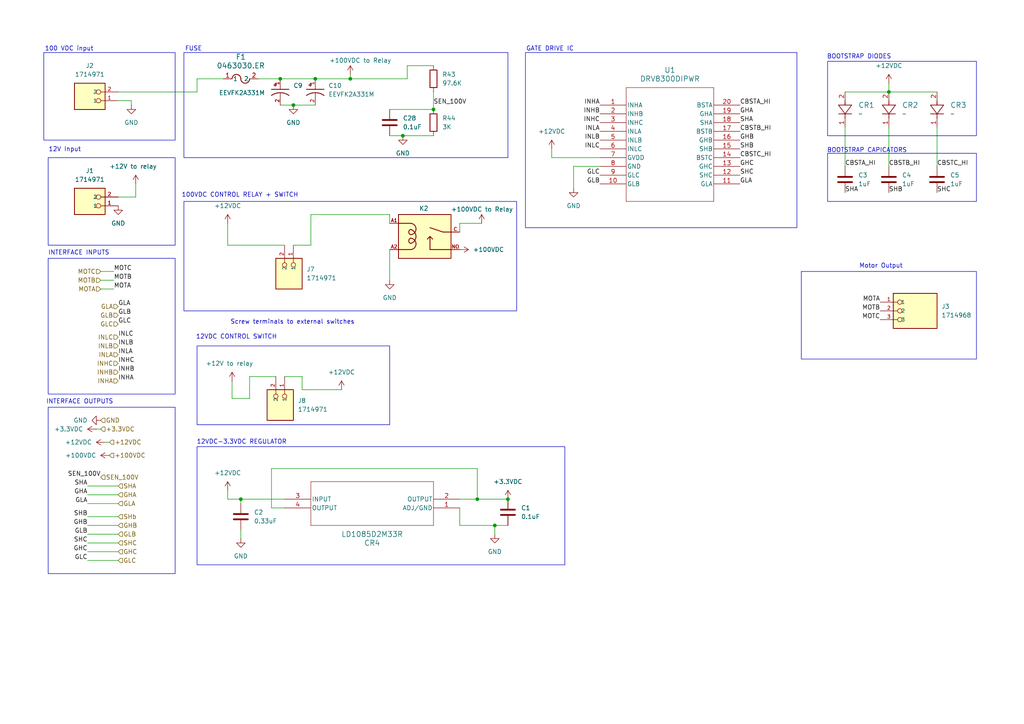
<source format=kicad_sch>
(kicad_sch
	(version 20250114)
	(generator "eeschema")
	(generator_version "9.0")
	(uuid "822d3f18-f16d-4881-a6bc-af4904de46e2")
	(paper "A4")
	(title_block
		(date "2025-04-19")
		(rev "1")
	)
	(lib_symbols
		(symbol "1714968:1714968"
			(pin_names
				(offset 1.016)
			)
			(exclude_from_sim no)
			(in_bom yes)
			(on_board yes)
			(property "Reference" "J"
				(at -6.85 5.08 0)
				(effects
					(font
						(size 1.27 1.27)
					)
					(justify left bottom)
				)
			)
			(property "Value" "1714968"
				(at -6.35 -7.62 0)
				(effects
					(font
						(size 1.27 1.27)
					)
					(justify left bottom)
				)
			)
			(property "Footprint" "1714968:PHOENIX_1714968"
				(at 0 0 0)
				(effects
					(font
						(size 1.27 1.27)
					)
					(justify bottom)
					(hide yes)
				)
			)
			(property "Datasheet" ""
				(at 0 0 0)
				(effects
					(font
						(size 1.27 1.27)
					)
					(hide yes)
				)
			)
			(property "Description" ""
				(at 0 0 0)
				(effects
					(font
						(size 1.27 1.27)
					)
					(hide yes)
				)
			)
			(property "MANUFACTURER" "PHOENIX"
				(at 0 0 0)
				(effects
					(font
						(size 1.27 1.27)
					)
					(justify bottom)
					(hide yes)
				)
			)
			(symbol "1714968_0_0"
				(rectangle
					(start -6.35 -5.08)
					(end 6.35 5.08)
					(stroke
						(width 0.254)
						(type default)
					)
					(fill
						(type background)
					)
				)
				(circle
					(center -4.445 2.54)
					(radius 0.635)
					(stroke
						(width 0.1524)
						(type default)
					)
					(fill
						(type none)
					)
				)
				(circle
					(center -4.445 0)
					(radius 0.635)
					(stroke
						(width 0.1524)
						(type default)
					)
					(fill
						(type none)
					)
				)
				(circle
					(center -4.445 -2.54)
					(radius 0.635)
					(stroke
						(width 0.1524)
						(type default)
					)
					(fill
						(type none)
					)
				)
				(pin passive line
					(at -10.16 2.54 0)
					(length 5.08)
					(name "1"
						(effects
							(font
								(size 1.016 1.016)
							)
						)
					)
					(number "1"
						(effects
							(font
								(size 1.016 1.016)
							)
						)
					)
				)
				(pin passive line
					(at -10.16 0 0)
					(length 5.08)
					(name "2"
						(effects
							(font
								(size 1.016 1.016)
							)
						)
					)
					(number "2"
						(effects
							(font
								(size 1.016 1.016)
							)
						)
					)
				)
				(pin passive line
					(at -10.16 -2.54 0)
					(length 5.08)
					(name "3"
						(effects
							(font
								(size 1.016 1.016)
							)
						)
					)
					(number "3"
						(effects
							(font
								(size 1.016 1.016)
							)
						)
					)
				)
			)
			(embedded_fonts no)
		)
		(symbol "1714971:1714971"
			(pin_names
				(offset 1.016)
			)
			(exclude_from_sim no)
			(in_bom yes)
			(on_board yes)
			(property "Reference" "J"
				(at -2.54 3.302 0)
				(effects
					(font
						(size 1.27 1.27)
					)
					(justify left bottom)
				)
			)
			(property "Value" "1714971"
				(at -2.54 -7.62 0)
				(effects
					(font
						(size 1.27 1.27)
					)
					(justify left bottom)
				)
			)
			(property "Footprint" "1714971:PHOENIX_1714971"
				(at 0 0 0)
				(effects
					(font
						(size 1.27 1.27)
					)
					(justify bottom)
					(hide yes)
				)
			)
			(property "Datasheet" ""
				(at 0 0 0)
				(effects
					(font
						(size 1.27 1.27)
					)
					(hide yes)
				)
			)
			(property "Description" ""
				(at 0 0 0)
				(effects
					(font
						(size 1.27 1.27)
					)
					(hide yes)
				)
			)
			(property "PARTREV" "26.05.2020"
				(at 0 0 0)
				(effects
					(font
						(size 1.27 1.27)
					)
					(justify bottom)
					(hide yes)
				)
			)
			(property "STANDARD" "Manufacturer Recommendations"
				(at 0 0 0)
				(effects
					(font
						(size 1.27 1.27)
					)
					(justify bottom)
					(hide yes)
				)
			)
			(property "MAXIMUM_PACKAGE_HEIGHT" "21.7mm"
				(at 0 0 0)
				(effects
					(font
						(size 1.27 1.27)
					)
					(justify bottom)
					(hide yes)
				)
			)
			(property "MANUFACTURER" "Phoenix Contact"
				(at 0 0 0)
				(effects
					(font
						(size 1.27 1.27)
					)
					(justify bottom)
					(hide yes)
				)
			)
			(symbol "1714971_0_0"
				(rectangle
					(start -3.81 -5.08)
					(end 5.08 2.54)
					(stroke
						(width 0.254)
						(type default)
					)
					(fill
						(type background)
					)
				)
				(circle
					(center -1.905 0)
					(radius 0.635)
					(stroke
						(width 0.1524)
						(type default)
					)
					(fill
						(type none)
					)
				)
				(circle
					(center -1.905 -2.54)
					(radius 0.635)
					(stroke
						(width 0.1524)
						(type default)
					)
					(fill
						(type none)
					)
				)
				(pin passive line
					(at -7.62 0 0)
					(length 5.08)
					(name "1"
						(effects
							(font
								(size 1.016 1.016)
							)
						)
					)
					(number "1"
						(effects
							(font
								(size 1.016 1.016)
							)
						)
					)
				)
				(pin passive line
					(at -7.62 -2.54 0)
					(length 5.08)
					(name "2"
						(effects
							(font
								(size 1.016 1.016)
							)
						)
					)
					(number "2"
						(effects
							(font
								(size 1.016 1.016)
							)
						)
					)
				)
			)
			(embedded_fonts no)
		)
		(symbol "2025-02-22_17-43-38:DRV8300DIPWR"
			(pin_names
				(offset 0.254)
			)
			(exclude_from_sim no)
			(in_bom yes)
			(on_board yes)
			(property "Reference" "U"
				(at 20.32 10.16 0)
				(effects
					(font
						(size 1.524 1.524)
					)
				)
			)
			(property "Value" "DRV8300DIPWR"
				(at 20.32 7.62 0)
				(effects
					(font
						(size 1.524 1.524)
					)
				)
			)
			(property "Footprint" "TSSOP_0DIPWR_TEX"
				(at 0 0 0)
				(effects
					(font
						(size 1.27 1.27)
						(italic yes)
					)
					(hide yes)
				)
			)
			(property "Datasheet" "DRV8300DIPWR"
				(at 0 0 0)
				(effects
					(font
						(size 1.27 1.27)
						(italic yes)
					)
					(hide yes)
				)
			)
			(property "Description" ""
				(at 0 0 0)
				(effects
					(font
						(size 1.27 1.27)
					)
					(hide yes)
				)
			)
			(property "ki_locked" ""
				(at 0 0 0)
				(effects
					(font
						(size 1.27 1.27)
					)
				)
			)
			(property "ki_keywords" "DRV8300DIPWR"
				(at 0 0 0)
				(effects
					(font
						(size 1.27 1.27)
					)
					(hide yes)
				)
			)
			(property "ki_fp_filters" "TSSOP_0DIPWR_TEX TSSOP_0DIPWR_TEX-M TSSOP_0DIPWR_TEX-L"
				(at 0 0 0)
				(effects
					(font
						(size 1.27 1.27)
					)
					(hide yes)
				)
			)
			(symbol "DRV8300DIPWR_0_1"
				(polyline
					(pts
						(xy 7.62 5.08) (xy 7.62 -27.94)
					)
					(stroke
						(width 0.127)
						(type default)
					)
					(fill
						(type none)
					)
				)
				(polyline
					(pts
						(xy 7.62 -27.94) (xy 33.02 -27.94)
					)
					(stroke
						(width 0.127)
						(type default)
					)
					(fill
						(type none)
					)
				)
				(polyline
					(pts
						(xy 33.02 5.08) (xy 7.62 5.08)
					)
					(stroke
						(width 0.127)
						(type default)
					)
					(fill
						(type none)
					)
				)
				(polyline
					(pts
						(xy 33.02 -27.94) (xy 33.02 5.08)
					)
					(stroke
						(width 0.127)
						(type default)
					)
					(fill
						(type none)
					)
				)
				(pin input line
					(at 0 0 0)
					(length 7.62)
					(name "INHA"
						(effects
							(font
								(size 1.27 1.27)
							)
						)
					)
					(number "1"
						(effects
							(font
								(size 1.27 1.27)
							)
						)
					)
				)
				(pin input line
					(at 0 -2.54 0)
					(length 7.62)
					(name "INHB"
						(effects
							(font
								(size 1.27 1.27)
							)
						)
					)
					(number "2"
						(effects
							(font
								(size 1.27 1.27)
							)
						)
					)
				)
				(pin input line
					(at 0 -5.08 0)
					(length 7.62)
					(name "INHC"
						(effects
							(font
								(size 1.27 1.27)
							)
						)
					)
					(number "3"
						(effects
							(font
								(size 1.27 1.27)
							)
						)
					)
				)
				(pin input line
					(at 0 -7.62 0)
					(length 7.62)
					(name "INLA"
						(effects
							(font
								(size 1.27 1.27)
							)
						)
					)
					(number "4"
						(effects
							(font
								(size 1.27 1.27)
							)
						)
					)
				)
				(pin input line
					(at 0 -10.16 0)
					(length 7.62)
					(name "INLB"
						(effects
							(font
								(size 1.27 1.27)
							)
						)
					)
					(number "5"
						(effects
							(font
								(size 1.27 1.27)
							)
						)
					)
				)
				(pin input line
					(at 0 -12.7 0)
					(length 7.62)
					(name "INLC"
						(effects
							(font
								(size 1.27 1.27)
							)
						)
					)
					(number "6"
						(effects
							(font
								(size 1.27 1.27)
							)
						)
					)
				)
				(pin power_in line
					(at 0 -15.24 0)
					(length 7.62)
					(name "GVDD"
						(effects
							(font
								(size 1.27 1.27)
							)
						)
					)
					(number "7"
						(effects
							(font
								(size 1.27 1.27)
							)
						)
					)
				)
				(pin power_out line
					(at 0 -17.78 0)
					(length 7.62)
					(name "GND"
						(effects
							(font
								(size 1.27 1.27)
							)
						)
					)
					(number "8"
						(effects
							(font
								(size 1.27 1.27)
							)
						)
					)
				)
				(pin unspecified line
					(at 0 -20.32 0)
					(length 7.62)
					(name "GLC"
						(effects
							(font
								(size 1.27 1.27)
							)
						)
					)
					(number "9"
						(effects
							(font
								(size 1.27 1.27)
							)
						)
					)
				)
				(pin unspecified line
					(at 0 -22.86 0)
					(length 7.62)
					(name "GLB"
						(effects
							(font
								(size 1.27 1.27)
							)
						)
					)
					(number "10"
						(effects
							(font
								(size 1.27 1.27)
							)
						)
					)
				)
				(pin unspecified line
					(at 40.64 0 180)
					(length 7.62)
					(name "BSTA"
						(effects
							(font
								(size 1.27 1.27)
							)
						)
					)
					(number "20"
						(effects
							(font
								(size 1.27 1.27)
							)
						)
					)
				)
				(pin unspecified line
					(at 40.64 -2.54 180)
					(length 7.62)
					(name "GHA"
						(effects
							(font
								(size 1.27 1.27)
							)
						)
					)
					(number "19"
						(effects
							(font
								(size 1.27 1.27)
							)
						)
					)
				)
				(pin unspecified line
					(at 40.64 -5.08 180)
					(length 7.62)
					(name "SHA"
						(effects
							(font
								(size 1.27 1.27)
							)
						)
					)
					(number "18"
						(effects
							(font
								(size 1.27 1.27)
							)
						)
					)
				)
				(pin unspecified line
					(at 40.64 -7.62 180)
					(length 7.62)
					(name "BSTB"
						(effects
							(font
								(size 1.27 1.27)
							)
						)
					)
					(number "17"
						(effects
							(font
								(size 1.27 1.27)
							)
						)
					)
				)
				(pin unspecified line
					(at 40.64 -10.16 180)
					(length 7.62)
					(name "GHB"
						(effects
							(font
								(size 1.27 1.27)
							)
						)
					)
					(number "16"
						(effects
							(font
								(size 1.27 1.27)
							)
						)
					)
				)
				(pin unspecified line
					(at 40.64 -12.7 180)
					(length 7.62)
					(name "SHB"
						(effects
							(font
								(size 1.27 1.27)
							)
						)
					)
					(number "15"
						(effects
							(font
								(size 1.27 1.27)
							)
						)
					)
				)
				(pin unspecified line
					(at 40.64 -15.24 180)
					(length 7.62)
					(name "BSTC"
						(effects
							(font
								(size 1.27 1.27)
							)
						)
					)
					(number "14"
						(effects
							(font
								(size 1.27 1.27)
							)
						)
					)
				)
				(pin unspecified line
					(at 40.64 -17.78 180)
					(length 7.62)
					(name "GHC"
						(effects
							(font
								(size 1.27 1.27)
							)
						)
					)
					(number "13"
						(effects
							(font
								(size 1.27 1.27)
							)
						)
					)
				)
				(pin unspecified line
					(at 40.64 -20.32 180)
					(length 7.62)
					(name "SHC"
						(effects
							(font
								(size 1.27 1.27)
							)
						)
					)
					(number "12"
						(effects
							(font
								(size 1.27 1.27)
							)
						)
					)
				)
				(pin unspecified line
					(at 40.64 -22.86 180)
					(length 7.62)
					(name "GLA"
						(effects
							(font
								(size 1.27 1.27)
							)
						)
					)
					(number "11"
						(effects
							(font
								(size 1.27 1.27)
							)
						)
					)
				)
			)
			(embedded_fonts no)
		)
		(symbol "2025-02-22_19-37-18:BAV20WS-TP"
			(pin_names
				(offset 0.254)
			)
			(exclude_from_sim no)
			(in_bom yes)
			(on_board yes)
			(property "Reference" "CR"
				(at 5.08 4.445 0)
				(effects
					(font
						(size 1.524 1.524)
					)
				)
			)
			(property "Value" "BAV20WS-TP"
				(at 5.08 -3.81 0)
				(effects
					(font
						(size 1.524 1.524)
					)
				)
			)
			(property "Footprint" "CR_SOD-323_MCC"
				(at 0 0 0)
				(effects
					(font
						(size 1.27 1.27)
						(italic yes)
					)
					(hide yes)
				)
			)
			(property "Datasheet" "BAV20WS-TP"
				(at 0 0 0)
				(effects
					(font
						(size 1.27 1.27)
						(italic yes)
					)
					(hide yes)
				)
			)
			(property "Description" ""
				(at 0 0 0)
				(effects
					(font
						(size 1.27 1.27)
					)
					(hide yes)
				)
			)
			(property "ki_locked" ""
				(at 0 0 0)
				(effects
					(font
						(size 1.27 1.27)
					)
				)
			)
			(property "ki_keywords" "BAV20WS-TP"
				(at 0 0 0)
				(effects
					(font
						(size 1.27 1.27)
					)
					(hide yes)
				)
			)
			(property "ki_fp_filters" "CR_SOD-323_MCC CR_SOD-323_MCC-M CR_SOD-323_MCC-L"
				(at 0 0 0)
				(effects
					(font
						(size 1.27 1.27)
					)
					(hide yes)
				)
			)
			(symbol "BAV20WS-TP_1_1"
				(polyline
					(pts
						(xy 2.54 0) (xy 3.4798 0)
					)
					(stroke
						(width 0.2032)
						(type default)
					)
					(fill
						(type none)
					)
				)
				(polyline
					(pts
						(xy 3.175 0) (xy 3.81 0)
					)
					(stroke
						(width 0.2032)
						(type default)
					)
					(fill
						(type none)
					)
				)
				(polyline
					(pts
						(xy 3.81 1.905) (xy 3.81 -1.905)
					)
					(stroke
						(width 0.2032)
						(type default)
					)
					(fill
						(type none)
					)
				)
				(polyline
					(pts
						(xy 3.81 -1.905) (xy 6.35 0)
					)
					(stroke
						(width 0.2032)
						(type default)
					)
					(fill
						(type none)
					)
				)
				(polyline
					(pts
						(xy 6.35 0) (xy 3.81 1.905)
					)
					(stroke
						(width 0.2032)
						(type default)
					)
					(fill
						(type none)
					)
				)
				(polyline
					(pts
						(xy 6.35 0) (xy 7.62 0)
					)
					(stroke
						(width 0.2032)
						(type default)
					)
					(fill
						(type none)
					)
				)
				(polyline
					(pts
						(xy 6.35 -1.905) (xy 6.35 1.905)
					)
					(stroke
						(width 0.2032)
						(type default)
					)
					(fill
						(type none)
					)
				)
				(pin unspecified line
					(at 0 0 0)
					(length 2.54)
					(name ""
						(effects
							(font
								(size 1.27 1.27)
							)
						)
					)
					(number "2"
						(effects
							(font
								(size 1.27 1.27)
							)
						)
					)
				)
				(pin unspecified line
					(at 10.16 0 180)
					(length 2.54)
					(name ""
						(effects
							(font
								(size 1.27 1.27)
							)
						)
					)
					(number "1"
						(effects
							(font
								(size 1.27 1.27)
							)
						)
					)
				)
			)
			(symbol "BAV20WS-TP_1_2"
				(polyline
					(pts
						(xy -1.905 3.81) (xy 1.905 3.81)
					)
					(stroke
						(width 0.2032)
						(type default)
					)
					(fill
						(type none)
					)
				)
				(polyline
					(pts
						(xy 0 6.35) (xy -1.905 3.81)
					)
					(stroke
						(width 0.2032)
						(type default)
					)
					(fill
						(type none)
					)
				)
				(polyline
					(pts
						(xy 0 6.35) (xy 0 7.62)
					)
					(stroke
						(width 0.2032)
						(type default)
					)
					(fill
						(type none)
					)
				)
				(polyline
					(pts
						(xy 0 3.175) (xy 0 3.81)
					)
					(stroke
						(width 0.2032)
						(type default)
					)
					(fill
						(type none)
					)
				)
				(polyline
					(pts
						(xy 0 2.54) (xy 0 3.4798)
					)
					(stroke
						(width 0.2032)
						(type default)
					)
					(fill
						(type none)
					)
				)
				(polyline
					(pts
						(xy 1.905 6.35) (xy -1.905 6.35)
					)
					(stroke
						(width 0.2032)
						(type default)
					)
					(fill
						(type none)
					)
				)
				(polyline
					(pts
						(xy 1.905 3.81) (xy 0 6.35)
					)
					(stroke
						(width 0.2032)
						(type default)
					)
					(fill
						(type none)
					)
				)
				(pin unspecified line
					(at 0 10.16 270)
					(length 2.54)
					(name ""
						(effects
							(font
								(size 1.27 1.27)
							)
						)
					)
					(number "1"
						(effects
							(font
								(size 1.27 1.27)
							)
						)
					)
				)
				(pin unspecified line
					(at 0 0 90)
					(length 2.54)
					(name ""
						(effects
							(font
								(size 1.27 1.27)
							)
						)
					)
					(number "2"
						(effects
							(font
								(size 1.27 1.27)
							)
						)
					)
				)
			)
			(embedded_fonts no)
		)
		(symbol "2025-02-24_21-09-15:0463030.ER"
			(pin_names
				(offset 0.254)
			)
			(exclude_from_sim no)
			(in_bom yes)
			(on_board yes)
			(property "Reference" "F"
				(at 5.08 3.175 0)
				(effects
					(font
						(size 1.524 1.524)
					)
				)
			)
			(property "Value" "0463030.ER"
				(at 5.08 -3.175 0)
				(effects
					(font
						(size 1.524 1.524)
					)
				)
			)
			(property "Footprint" "FUSE_0463_LTF"
				(at 0 0 0)
				(effects
					(font
						(size 1.27 1.27)
						(italic yes)
					)
					(hide yes)
				)
			)
			(property "Datasheet" "0463030.ER"
				(at 0 0 0)
				(effects
					(font
						(size 1.27 1.27)
						(italic yes)
					)
					(hide yes)
				)
			)
			(property "Description" ""
				(at 0 0 0)
				(effects
					(font
						(size 1.27 1.27)
					)
					(hide yes)
				)
			)
			(property "ki_locked" ""
				(at 0 0 0)
				(effects
					(font
						(size 1.27 1.27)
					)
				)
			)
			(property "ki_keywords" "0463030.ER"
				(at 0 0 0)
				(effects
					(font
						(size 1.27 1.27)
					)
					(hide yes)
				)
			)
			(property "ki_fp_filters" "FUSE_0463_LTF FUSE_0463_LTF-M FUSE_0463_LTF-L"
				(at 0 0 0)
				(effects
					(font
						(size 1.27 1.27)
					)
					(hide yes)
				)
			)
			(symbol "0463030.ER_1_1"
				(arc
					(start 2.54 0)
					(mid 3.81 1.2645)
					(end 5.08 0)
					(stroke
						(width 0.254)
						(type default)
					)
					(fill
						(type none)
					)
				)
				(arc
					(start 7.62 0)
					(mid 6.35 -1.2645)
					(end 5.08 0)
					(stroke
						(width 0.254)
						(type default)
					)
					(fill
						(type none)
					)
				)
				(pin unspecified line
					(at 0 0 0)
					(length 2.54)
					(name "1"
						(effects
							(font
								(size 1.27 1.27)
							)
						)
					)
					(number "1"
						(effects
							(font
								(size 1.27 1.27)
							)
						)
					)
				)
				(pin unspecified line
					(at 10.16 0 180)
					(length 2.54)
					(name "2"
						(effects
							(font
								(size 1.27 1.27)
							)
						)
					)
					(number "2"
						(effects
							(font
								(size 1.27 1.27)
							)
						)
					)
				)
			)
			(symbol "0463030.ER_1_2"
				(arc
					(start 0 7.62)
					(mid 1.2645 6.35)
					(end 0 5.08)
					(stroke
						(width 0.254)
						(type default)
					)
					(fill
						(type none)
					)
				)
				(arc
					(start 0 2.54)
					(mid -1.2645 3.81)
					(end 0 5.08)
					(stroke
						(width 0.254)
						(type default)
					)
					(fill
						(type none)
					)
				)
				(pin unspecified line
					(at 0 10.16 270)
					(length 2.54)
					(name "2"
						(effects
							(font
								(size 1.27 1.27)
							)
						)
					)
					(number "2"
						(effects
							(font
								(size 1.27 1.27)
							)
						)
					)
				)
				(pin unspecified line
					(at 0 0 90)
					(length 2.54)
					(name "1"
						(effects
							(font
								(size 1.27 1.27)
							)
						)
					)
					(number "1"
						(effects
							(font
								(size 1.27 1.27)
							)
						)
					)
				)
			)
			(embedded_fonts no)
		)
		(symbol "3.3V Regulator:LD1085D2M33R"
			(pin_names
				(offset 0.254)
			)
			(exclude_from_sim no)
			(in_bom yes)
			(on_board yes)
			(property "Reference" "CR"
				(at 25.4 10.16 0)
				(effects
					(font
						(size 1.524 1.524)
					)
				)
			)
			(property "Value" "LD1085D2M33R"
				(at 25.4 7.62 0)
				(effects
					(font
						(size 1.524 1.524)
					)
				)
			)
			(property "Footprint" "D2PAK/A_STM"
				(at 0 0 0)
				(effects
					(font
						(size 1.27 1.27)
						(italic yes)
					)
					(hide yes)
				)
			)
			(property "Datasheet" "LD1085D2M33R"
				(at 0 0 0)
				(effects
					(font
						(size 1.27 1.27)
						(italic yes)
					)
					(hide yes)
				)
			)
			(property "Description" ""
				(at 0 0 0)
				(effects
					(font
						(size 1.27 1.27)
					)
					(hide yes)
				)
			)
			(property "ki_locked" ""
				(at 0 0 0)
				(effects
					(font
						(size 1.27 1.27)
					)
				)
			)
			(property "ki_keywords" "LD1085D2M33R"
				(at 0 0 0)
				(effects
					(font
						(size 1.27 1.27)
					)
					(hide yes)
				)
			)
			(property "ki_fp_filters" "D2PAK/A_STM D2PAK/A_STM-M D2PAK/A_STM-L"
				(at 0 0 0)
				(effects
					(font
						(size 1.27 1.27)
					)
					(hide yes)
				)
			)
			(symbol "LD1085D2M33R_0_1"
				(polyline
					(pts
						(xy 7.62 5.08) (xy 7.62 -7.62)
					)
					(stroke
						(width 0.127)
						(type default)
					)
					(fill
						(type none)
					)
				)
				(polyline
					(pts
						(xy 7.62 -7.62) (xy 43.18 -7.62)
					)
					(stroke
						(width 0.127)
						(type default)
					)
					(fill
						(type none)
					)
				)
				(polyline
					(pts
						(xy 43.18 5.08) (xy 7.62 5.08)
					)
					(stroke
						(width 0.127)
						(type default)
					)
					(fill
						(type none)
					)
				)
				(polyline
					(pts
						(xy 43.18 -7.62) (xy 43.18 5.08)
					)
					(stroke
						(width 0.127)
						(type default)
					)
					(fill
						(type none)
					)
				)
				(pin power_out line
					(at 0 0 0)
					(length 7.62)
					(name "ADJ/GND"
						(effects
							(font
								(size 1.27 1.27)
							)
						)
					)
					(number "1"
						(effects
							(font
								(size 1.27 1.27)
							)
						)
					)
				)
				(pin output line
					(at 0 -2.54 0)
					(length 7.62)
					(name "OUTPUT"
						(effects
							(font
								(size 1.27 1.27)
							)
						)
					)
					(number "2"
						(effects
							(font
								(size 1.27 1.27)
							)
						)
					)
				)
				(pin output line
					(at 50.8 0 180)
					(length 7.62)
					(name "OUTPUT"
						(effects
							(font
								(size 1.27 1.27)
							)
						)
					)
					(number "4"
						(effects
							(font
								(size 1.27 1.27)
							)
						)
					)
				)
				(pin input line
					(at 50.8 -2.54 180)
					(length 7.62)
					(name "INPUT"
						(effects
							(font
								(size 1.27 1.27)
							)
						)
					)
					(number "3"
						(effects
							(font
								(size 1.27 1.27)
							)
						)
					)
				)
			)
			(embedded_fonts no)
		)
		(symbol "Device:C"
			(pin_numbers
				(hide yes)
			)
			(pin_names
				(offset 0.254)
			)
			(exclude_from_sim no)
			(in_bom yes)
			(on_board yes)
			(property "Reference" "C"
				(at 0.635 2.54 0)
				(effects
					(font
						(size 1.27 1.27)
					)
					(justify left)
				)
			)
			(property "Value" "C"
				(at 0.635 -2.54 0)
				(effects
					(font
						(size 1.27 1.27)
					)
					(justify left)
				)
			)
			(property "Footprint" ""
				(at 0.9652 -3.81 0)
				(effects
					(font
						(size 1.27 1.27)
					)
					(hide yes)
				)
			)
			(property "Datasheet" "~"
				(at 0 0 0)
				(effects
					(font
						(size 1.27 1.27)
					)
					(hide yes)
				)
			)
			(property "Description" "Unpolarized capacitor"
				(at 0 0 0)
				(effects
					(font
						(size 1.27 1.27)
					)
					(hide yes)
				)
			)
			(property "ki_keywords" "cap capacitor"
				(at 0 0 0)
				(effects
					(font
						(size 1.27 1.27)
					)
					(hide yes)
				)
			)
			(property "ki_fp_filters" "C_*"
				(at 0 0 0)
				(effects
					(font
						(size 1.27 1.27)
					)
					(hide yes)
				)
			)
			(symbol "C_0_1"
				(polyline
					(pts
						(xy -2.032 0.762) (xy 2.032 0.762)
					)
					(stroke
						(width 0.508)
						(type default)
					)
					(fill
						(type none)
					)
				)
				(polyline
					(pts
						(xy -2.032 -0.762) (xy 2.032 -0.762)
					)
					(stroke
						(width 0.508)
						(type default)
					)
					(fill
						(type none)
					)
				)
			)
			(symbol "C_1_1"
				(pin passive line
					(at 0 3.81 270)
					(length 2.794)
					(name "~"
						(effects
							(font
								(size 1.27 1.27)
							)
						)
					)
					(number "1"
						(effects
							(font
								(size 1.27 1.27)
							)
						)
					)
				)
				(pin passive line
					(at 0 -3.81 90)
					(length 2.794)
					(name "~"
						(effects
							(font
								(size 1.27 1.27)
							)
						)
					)
					(number "2"
						(effects
							(font
								(size 1.27 1.27)
							)
						)
					)
				)
			)
			(embedded_fonts no)
		)
		(symbol "Device:R"
			(pin_numbers
				(hide yes)
			)
			(pin_names
				(offset 0)
			)
			(exclude_from_sim no)
			(in_bom yes)
			(on_board yes)
			(property "Reference" "R"
				(at 2.032 0 90)
				(effects
					(font
						(size 1.27 1.27)
					)
				)
			)
			(property "Value" "R"
				(at 0 0 90)
				(effects
					(font
						(size 1.27 1.27)
					)
				)
			)
			(property "Footprint" ""
				(at -1.778 0 90)
				(effects
					(font
						(size 1.27 1.27)
					)
					(hide yes)
				)
			)
			(property "Datasheet" "~"
				(at 0 0 0)
				(effects
					(font
						(size 1.27 1.27)
					)
					(hide yes)
				)
			)
			(property "Description" "Resistor"
				(at 0 0 0)
				(effects
					(font
						(size 1.27 1.27)
					)
					(hide yes)
				)
			)
			(property "ki_keywords" "R res resistor"
				(at 0 0 0)
				(effects
					(font
						(size 1.27 1.27)
					)
					(hide yes)
				)
			)
			(property "ki_fp_filters" "R_*"
				(at 0 0 0)
				(effects
					(font
						(size 1.27 1.27)
					)
					(hide yes)
				)
			)
			(symbol "R_0_1"
				(rectangle
					(start -1.016 -2.54)
					(end 1.016 2.54)
					(stroke
						(width 0.254)
						(type default)
					)
					(fill
						(type none)
					)
				)
			)
			(symbol "R_1_1"
				(pin passive line
					(at 0 3.81 270)
					(length 1.27)
					(name "~"
						(effects
							(font
								(size 1.27 1.27)
							)
						)
					)
					(number "1"
						(effects
							(font
								(size 1.27 1.27)
							)
						)
					)
				)
				(pin passive line
					(at 0 -3.81 90)
					(length 1.27)
					(name "~"
						(effects
							(font
								(size 1.27 1.27)
							)
						)
					)
					(number "2"
						(effects
							(font
								(size 1.27 1.27)
							)
						)
					)
				)
			)
			(embedded_fonts no)
		)
		(symbol "EEVFK2A331M:EEVFK2A331M"
			(pin_names
				(offset 1.016)
			)
			(exclude_from_sim no)
			(in_bom yes)
			(on_board yes)
			(property "Reference" "C"
				(at -2.54 3.81 0)
				(effects
					(font
						(size 1.27 1.27)
					)
					(justify left bottom)
				)
			)
			(property "Value" "EEVFK2A331M"
				(at -2.54 -5.08 0)
				(effects
					(font
						(size 1.27 1.27)
					)
					(justify left bottom)
				)
			)
			(property "Footprint" "EEVFK2A331M:CAP_EEVFK2A331M"
				(at 0 0 0)
				(effects
					(font
						(size 1.27 1.27)
					)
					(justify bottom)
					(hide yes)
				)
			)
			(property "Datasheet" ""
				(at 0 0 0)
				(effects
					(font
						(size 1.27 1.27)
					)
					(hide yes)
				)
			)
			(property "Description" ""
				(at 0 0 0)
				(effects
					(font
						(size 1.27 1.27)
					)
					(hide yes)
				)
			)
			(property "PARTREV" "10-Oct-19"
				(at 0 0 0)
				(effects
					(font
						(size 1.27 1.27)
					)
					(justify bottom)
					(hide yes)
				)
			)
			(property "STANDARD" "Manufacturer Recommendations"
				(at 0 0 0)
				(effects
					(font
						(size 1.27 1.27)
					)
					(justify bottom)
					(hide yes)
				)
			)
			(property "MAXIMUM_PACKAGE_HEIGHT" "16.5mm"
				(at 0 0 0)
				(effects
					(font
						(size 1.27 1.27)
					)
					(justify bottom)
					(hide yes)
				)
			)
			(property "MANUFACTURER" "Panasonic"
				(at 0 0 0)
				(effects
					(font
						(size 1.27 1.27)
					)
					(justify bottom)
					(hide yes)
				)
			)
			(symbol "EEVFK2A331M_0_0"
				(rectangle
					(start -1.173 -1.532)
					(end -0.284 -1.405)
					(stroke
						(width 0.1)
						(type default)
					)
					(fill
						(type outline)
					)
				)
				(rectangle
					(start -0.792 -1.913)
					(end -0.665 -1.024)
					(stroke
						(width 0.1)
						(type default)
					)
					(fill
						(type outline)
					)
				)
				(polyline
					(pts
						(xy 0 0) (xy 0.508 0)
					)
					(stroke
						(width 0.1524)
						(type default)
					)
					(fill
						(type none)
					)
				)
				(polyline
					(pts
						(xy 0.508 2.54) (xy 0.508 0)
					)
					(stroke
						(width 0.254)
						(type default)
					)
					(fill
						(type none)
					)
				)
				(polyline
					(pts
						(xy 0.508 0) (xy 0.508 -2.54)
					)
					(stroke
						(width 0.254)
						(type default)
					)
					(fill
						(type none)
					)
				)
				(polyline
					(pts
						(xy 2.54 0) (xy 1.524 0)
					)
					(stroke
						(width 0.1524)
						(type default)
					)
					(fill
						(type none)
					)
				)
				(arc
					(start 2.286 -2.54)
					(mid 1.4851 0)
					(end 2.286 2.54)
					(stroke
						(width 0.254)
						(type default)
					)
					(fill
						(type none)
					)
				)
				(pin passive line
					(at -2.54 0 0)
					(length 2.54)
					(name "~"
						(effects
							(font
								(size 1.016 1.016)
							)
						)
					)
					(number "1"
						(effects
							(font
								(size 1.016 1.016)
							)
						)
					)
				)
				(pin passive line
					(at 5.08 0 180)
					(length 2.54)
					(name "~"
						(effects
							(font
								(size 1.016 1.016)
							)
						)
					)
					(number "2"
						(effects
							(font
								(size 1.016 1.016)
							)
						)
					)
				)
			)
			(embedded_fonts no)
		)
		(symbol "T9As1d12-12:1-1393210-3"
			(pin_names
				(offset 1.016)
			)
			(exclude_from_sim no)
			(in_bom yes)
			(on_board yes)
			(property "Reference" "K"
				(at -7.6423 5.6043 0)
				(effects
					(font
						(size 1.27 1.27)
					)
					(justify left bottom)
				)
			)
			(property "Value" "1-1393210-3"
				(at -7.6448 -10.193 0)
				(effects
					(font
						(size 1.27 1.27)
					)
					(justify left bottom)
				)
			)
			(property "Footprint" "1-1393210-3:TE_1-1393210-3"
				(at 0 0 0)
				(effects
					(font
						(size 1.27 1.27)
					)
					(justify bottom)
					(hide yes)
				)
			)
			(property "Datasheet" ""
				(at 0 0 0)
				(effects
					(font
						(size 1.27 1.27)
					)
					(hide yes)
				)
			)
			(property "Description" ""
				(at 0 0 0)
				(effects
					(font
						(size 1.27 1.27)
					)
					(hide yes)
				)
			)
			(property "PARTREV" "0815"
				(at 0 0 0)
				(effects
					(font
						(size 1.27 1.27)
					)
					(justify bottom)
					(hide yes)
				)
			)
			(property "STANDARD" "Manufacturer Recommendation"
				(at 0 0 0)
				(effects
					(font
						(size 1.27 1.27)
					)
					(justify bottom)
					(hide yes)
				)
			)
			(property "MANUFACTURER" "TE Connectivity"
				(at 0 0 0)
				(effects
					(font
						(size 1.27 1.27)
					)
					(justify bottom)
					(hide yes)
				)
			)
			(symbol "1-1393210-3_0_0"
				(polyline
					(pts
						(xy -7.62 2.54) (xy -4.064 2.54)
					)
					(stroke
						(width 0.254)
						(type default)
					)
					(fill
						(type none)
					)
				)
				(polyline
					(pts
						(xy -7.62 -5.08) (xy -4.064 -5.08)
					)
					(stroke
						(width 0.254)
						(type default)
					)
					(fill
						(type none)
					)
				)
				(rectangle
					(start -7.62 -7.62)
					(end 7.62 5.08)
					(stroke
						(width 0.254)
						(type default)
					)
					(fill
						(type background)
					)
				)
				(arc
					(start -4.064 0.762)
					(mid -2.54 -1.27)
					(end -4.064 -3.302)
					(stroke
						(width 0.254)
						(type default)
					)
					(fill
						(type none)
					)
				)
				(arc
					(start -4.064 2.54)
					(mid -2.5351 0.889)
					(end -4.064 -0.762)
					(stroke
						(width 0.254)
						(type default)
					)
					(fill
						(type none)
					)
				)
				(arc
					(start -4.064 -1.778)
					(mid -2.5351 -3.429)
					(end -4.064 -5.08)
					(stroke
						(width 0.254)
						(type default)
					)
					(fill
						(type none)
					)
				)
				(arc
					(start -4.064 -0.762)
					(mid -4.6355 0)
					(end -4.064 0.762)
					(stroke
						(width 0.254)
						(type default)
					)
					(fill
						(type none)
					)
				)
				(arc
					(start -4.064 -3.302)
					(mid -4.6355 -2.54)
					(end -4.064 -1.778)
					(stroke
						(width 0.254)
						(type default)
					)
					(fill
						(type none)
					)
				)
				(polyline
					(pts
						(xy 1.524 -1.27) (xy 0.762 -2.032)
					)
					(stroke
						(width 0.254)
						(type default)
					)
					(fill
						(type none)
					)
				)
				(polyline
					(pts
						(xy 1.524 -1.27) (xy 2.286 -2.032)
					)
					(stroke
						(width 0.254)
						(type default)
					)
					(fill
						(type none)
					)
				)
				(polyline
					(pts
						(xy 1.524 -5.08) (xy 1.524 -1.27)
					)
					(stroke
						(width 0.254)
						(type default)
					)
					(fill
						(type none)
					)
				)
				(polyline
					(pts
						(xy 5.334 0) (xy 1.524 1.27)
					)
					(stroke
						(width 0.254)
						(type default)
					)
					(fill
						(type none)
					)
				)
				(polyline
					(pts
						(xy 7.62 0) (xy 5.334 0)
					)
					(stroke
						(width 0.254)
						(type default)
					)
					(fill
						(type none)
					)
				)
				(polyline
					(pts
						(xy 7.62 -5.08) (xy 1.524 -5.08)
					)
					(stroke
						(width 0.254)
						(type default)
					)
					(fill
						(type none)
					)
				)
				(pin passive line
					(at -10.16 2.54 0)
					(length 2.54)
					(name "~"
						(effects
							(font
								(size 1.016 1.016)
							)
						)
					)
					(number "A1"
						(effects
							(font
								(size 1.016 1.016)
							)
						)
					)
				)
				(pin passive line
					(at -10.16 -5.08 0)
					(length 2.54)
					(name "~"
						(effects
							(font
								(size 1.016 1.016)
							)
						)
					)
					(number "A2"
						(effects
							(font
								(size 1.016 1.016)
							)
						)
					)
				)
				(pin passive line
					(at 10.16 0 180)
					(length 2.54)
					(name "~"
						(effects
							(font
								(size 1.016 1.016)
							)
						)
					)
					(number "C"
						(effects
							(font
								(size 1.016 1.016)
							)
						)
					)
				)
				(pin passive line
					(at 10.16 -5.08 180)
					(length 2.54)
					(name "~"
						(effects
							(font
								(size 1.016 1.016)
							)
						)
					)
					(number "NO"
						(effects
							(font
								(size 1.016 1.016)
							)
						)
					)
				)
			)
			(embedded_fonts no)
		)
		(symbol "power:+12V"
			(power)
			(pin_numbers
				(hide yes)
			)
			(pin_names
				(offset 0)
				(hide yes)
			)
			(exclude_from_sim no)
			(in_bom yes)
			(on_board yes)
			(property "Reference" "#PWR"
				(at 0 -3.81 0)
				(effects
					(font
						(size 1.27 1.27)
					)
					(hide yes)
				)
			)
			(property "Value" "+12V"
				(at 0 3.556 0)
				(effects
					(font
						(size 1.27 1.27)
					)
				)
			)
			(property "Footprint" ""
				(at 0 0 0)
				(effects
					(font
						(size 1.27 1.27)
					)
					(hide yes)
				)
			)
			(property "Datasheet" ""
				(at 0 0 0)
				(effects
					(font
						(size 1.27 1.27)
					)
					(hide yes)
				)
			)
			(property "Description" "Power symbol creates a global label with name \"+12V\""
				(at 0 0 0)
				(effects
					(font
						(size 1.27 1.27)
					)
					(hide yes)
				)
			)
			(property "ki_keywords" "global power"
				(at 0 0 0)
				(effects
					(font
						(size 1.27 1.27)
					)
					(hide yes)
				)
			)
			(symbol "+12V_0_1"
				(polyline
					(pts
						(xy -0.762 1.27) (xy 0 2.54)
					)
					(stroke
						(width 0)
						(type default)
					)
					(fill
						(type none)
					)
				)
				(polyline
					(pts
						(xy 0 2.54) (xy 0.762 1.27)
					)
					(stroke
						(width 0)
						(type default)
					)
					(fill
						(type none)
					)
				)
				(polyline
					(pts
						(xy 0 0) (xy 0 2.54)
					)
					(stroke
						(width 0)
						(type default)
					)
					(fill
						(type none)
					)
				)
			)
			(symbol "+12V_1_1"
				(pin power_in line
					(at 0 0 90)
					(length 0)
					(name "~"
						(effects
							(font
								(size 1.27 1.27)
							)
						)
					)
					(number "1"
						(effects
							(font
								(size 1.27 1.27)
							)
						)
					)
				)
			)
			(embedded_fonts no)
		)
		(symbol "power:+3.3V"
			(power)
			(pin_numbers
				(hide yes)
			)
			(pin_names
				(offset 0)
				(hide yes)
			)
			(exclude_from_sim no)
			(in_bom yes)
			(on_board yes)
			(property "Reference" "#PWR"
				(at 0 -3.81 0)
				(effects
					(font
						(size 1.27 1.27)
					)
					(hide yes)
				)
			)
			(property "Value" "+3.3V"
				(at 0 3.556 0)
				(effects
					(font
						(size 1.27 1.27)
					)
				)
			)
			(property "Footprint" ""
				(at 0 0 0)
				(effects
					(font
						(size 1.27 1.27)
					)
					(hide yes)
				)
			)
			(property "Datasheet" ""
				(at 0 0 0)
				(effects
					(font
						(size 1.27 1.27)
					)
					(hide yes)
				)
			)
			(property "Description" "Power symbol creates a global label with name \"+3.3V\""
				(at 0 0 0)
				(effects
					(font
						(size 1.27 1.27)
					)
					(hide yes)
				)
			)
			(property "ki_keywords" "global power"
				(at 0 0 0)
				(effects
					(font
						(size 1.27 1.27)
					)
					(hide yes)
				)
			)
			(symbol "+3.3V_0_1"
				(polyline
					(pts
						(xy -0.762 1.27) (xy 0 2.54)
					)
					(stroke
						(width 0)
						(type default)
					)
					(fill
						(type none)
					)
				)
				(polyline
					(pts
						(xy 0 2.54) (xy 0.762 1.27)
					)
					(stroke
						(width 0)
						(type default)
					)
					(fill
						(type none)
					)
				)
				(polyline
					(pts
						(xy 0 0) (xy 0 2.54)
					)
					(stroke
						(width 0)
						(type default)
					)
					(fill
						(type none)
					)
				)
			)
			(symbol "+3.3V_1_1"
				(pin power_in line
					(at 0 0 90)
					(length 0)
					(name "~"
						(effects
							(font
								(size 1.27 1.27)
							)
						)
					)
					(number "1"
						(effects
							(font
								(size 1.27 1.27)
							)
						)
					)
				)
			)
			(embedded_fonts no)
		)
		(symbol "power:GND"
			(power)
			(pin_numbers
				(hide yes)
			)
			(pin_names
				(offset 0)
				(hide yes)
			)
			(exclude_from_sim no)
			(in_bom yes)
			(on_board yes)
			(property "Reference" "#PWR"
				(at 0 -6.35 0)
				(effects
					(font
						(size 1.27 1.27)
					)
					(hide yes)
				)
			)
			(property "Value" "GND"
				(at 0 -3.81 0)
				(effects
					(font
						(size 1.27 1.27)
					)
				)
			)
			(property "Footprint" ""
				(at 0 0 0)
				(effects
					(font
						(size 1.27 1.27)
					)
					(hide yes)
				)
			)
			(property "Datasheet" ""
				(at 0 0 0)
				(effects
					(font
						(size 1.27 1.27)
					)
					(hide yes)
				)
			)
			(property "Description" "Power symbol creates a global label with name \"GND\" , ground"
				(at 0 0 0)
				(effects
					(font
						(size 1.27 1.27)
					)
					(hide yes)
				)
			)
			(property "ki_keywords" "global power"
				(at 0 0 0)
				(effects
					(font
						(size 1.27 1.27)
					)
					(hide yes)
				)
			)
			(symbol "GND_0_1"
				(polyline
					(pts
						(xy 0 0) (xy 0 -1.27) (xy 1.27 -1.27) (xy 0 -2.54) (xy -1.27 -1.27) (xy 0 -1.27)
					)
					(stroke
						(width 0)
						(type default)
					)
					(fill
						(type none)
					)
				)
			)
			(symbol "GND_1_1"
				(pin power_in line
					(at 0 0 270)
					(length 0)
					(name "~"
						(effects
							(font
								(size 1.27 1.27)
							)
						)
					)
					(number "1"
						(effects
							(font
								(size 1.27 1.27)
							)
						)
					)
				)
			)
			(embedded_fonts no)
		)
	)
	(rectangle
		(start 240.03 44.45)
		(end 283.21 58.42)
		(stroke
			(width 0)
			(type default)
		)
		(fill
			(type none)
		)
		(uuid 06c2143c-6753-4820-b342-b8df566e005e)
	)
	(rectangle
		(start 53.34 15.24)
		(end 147.32 45.72)
		(stroke
			(width 0)
			(type default)
		)
		(fill
			(type none)
		)
		(uuid 0dac644b-8b59-4180-8e43-6bb4733fe6d9)
	)
	(rectangle
		(start 57.15 129.54)
		(end 163.83 163.83)
		(stroke
			(width 0)
			(type default)
		)
		(fill
			(type none)
		)
		(uuid 265f1dc5-ec95-46dd-bb6c-f8d2a14defbf)
	)
	(rectangle
		(start 13.97 118.11)
		(end 50.8 166.37)
		(stroke
			(width 0)
			(type default)
		)
		(fill
			(type none)
		)
		(uuid 31350e6a-57b5-4379-bcda-59235a8d5691)
	)
	(rectangle
		(start 12.7 15.24)
		(end 50.8 40.64)
		(stroke
			(width 0)
			(type default)
		)
		(fill
			(type none)
		)
		(uuid 317ae711-f419-47ec-945c-fd1162d81906)
	)
	(rectangle
		(start 240.03 17.78)
		(end 283.21 39.37)
		(stroke
			(width 0)
			(type default)
		)
		(fill
			(type none)
		)
		(uuid 38e2c8cc-55cb-47ee-9ecc-1a2aa5bec0b3)
	)
	(rectangle
		(start 53.34 58.42)
		(end 149.86 90.17)
		(stroke
			(width 0)
			(type default)
		)
		(fill
			(type none)
		)
		(uuid 99e70a92-8ba4-471e-9cc4-61c040ddc444)
	)
	(rectangle
		(start 232.41 78.74)
		(end 283.21 104.14)
		(stroke
			(width 0)
			(type default)
		)
		(fill
			(type none)
		)
		(uuid afe062cd-800b-4dc4-a16e-889c4e8e03db)
	)
	(rectangle
		(start 13.97 45.72)
		(end 50.8 71.12)
		(stroke
			(width 0)
			(type default)
		)
		(fill
			(type none)
		)
		(uuid b47c7f60-4cba-41fd-a8e6-bfedb1edfdb8)
	)
	(rectangle
		(start 13.97 74.93)
		(end 50.8 114.3)
		(stroke
			(width 0)
			(type default)
		)
		(fill
			(type none)
		)
		(uuid c37707e6-ab66-407b-b581-8e8485411a59)
	)
	(rectangle
		(start 57.15 100.33)
		(end 113.03 123.19)
		(stroke
			(width 0)
			(type default)
		)
		(fill
			(type none)
		)
		(uuid ef61fd7b-c0ed-4ab5-8947-ad1054fb8530)
	)
	(rectangle
		(start 152.4 15.24)
		(end 231.14 66.04)
		(stroke
			(width 0)
			(type default)
		)
		(fill
			(type none)
		)
		(uuid f5256c8c-68f0-4867-a551-39522d83dfb2)
	)
	(text "100VDC CONTROL RELAY + SWITCH\n"
		(exclude_from_sim no)
		(at 69.596 56.642 0)
		(effects
			(font
				(size 1.27 1.27)
			)
		)
		(uuid "2660c6d0-97a6-46cf-ad9b-2fd0b8ca4aa0")
	)
	(text "Motor Output\n"
		(exclude_from_sim no)
		(at 255.524 77.216 0)
		(effects
			(font
				(size 1.27 1.27)
			)
		)
		(uuid "28daa6bc-1541-458c-82be-8ed39fe03952")
	)
	(text "100 VDC input"
		(exclude_from_sim no)
		(at 20.066 14.224 0)
		(effects
			(font
				(size 1.27 1.27)
			)
		)
		(uuid "3176687f-7cb9-4ead-9b7a-3903819180a9")
	)
	(text "12VDC-3.3VDC REGULATOR\n"
		(exclude_from_sim no)
		(at 70.104 128.27 0)
		(effects
			(font
				(size 1.27 1.27)
			)
		)
		(uuid "4124479c-d75f-411d-a56d-797ffbdc5780")
	)
	(text "12V Input"
		(exclude_from_sim no)
		(at 18.796 43.434 0)
		(effects
			(font
				(size 1.27 1.27)
			)
		)
		(uuid "5f48d0a6-9f36-4584-8acf-3fb27893d300")
	)
	(text "Screw terminals to external switches\n"
		(exclude_from_sim no)
		(at 84.836 93.472 0)
		(effects
			(font
				(size 1.27 1.27)
			)
		)
		(uuid "63eddbdb-a9ea-4510-a8a5-95bf41cf9837")
	)
	(text "FUSE"
		(exclude_from_sim no)
		(at 56.134 14.224 0)
		(effects
			(font
				(size 1.27 1.27)
			)
		)
		(uuid "6afd0c9d-a029-43d1-b5ce-1893dc3f9604")
	)
	(text "12VDC CONTROL SWITCH\n\n"
		(exclude_from_sim no)
		(at 68.58 98.806 0)
		(effects
			(font
				(size 1.27 1.27)
			)
		)
		(uuid "859a60f1-c459-437f-9185-6f85300de074")
	)
	(text "GATE DRIVE IC\n"
		(exclude_from_sim no)
		(at 159.512 14.224 0)
		(effects
			(font
				(size 1.27 1.27)
			)
		)
		(uuid "9ee78113-109d-4d46-8e74-278346b546cd")
	)
	(text "INTERFACE INPUTS\n\n"
		(exclude_from_sim no)
		(at 22.86 74.422 0)
		(effects
			(font
				(size 1.27 1.27)
			)
		)
		(uuid "bdde0a3f-fd25-4bfd-be8e-4ccc69801e81")
	)
	(text "BOOTSTRAP DIODES\n"
		(exclude_from_sim no)
		(at 249.174 16.51 0)
		(effects
			(font
				(size 1.27 1.27)
			)
		)
		(uuid "efd1a8c2-6094-450d-a4ac-a9f8a40bfb9b")
	)
	(text "BOOTSTRAP CAPICATORS\n"
		(exclude_from_sim no)
		(at 251.46 43.688 0)
		(effects
			(font
				(size 1.27 1.27)
			)
		)
		(uuid "f7152740-18eb-4040-a5ed-7e7abac5b1d0")
	)
	(text "INTERFACE OUTPUTS\n\n\n"
		(exclude_from_sim no)
		(at 23.114 118.618 0)
		(effects
			(font
				(size 1.27 1.27)
			)
		)
		(uuid "fc9d6023-6192-45e6-a9fb-2cb80a562533")
	)
	(junction
		(at 85.09 30.48)
		(diameter 0)
		(color 0 0 0 0)
		(uuid "069c612f-873d-4c9f-a6fb-b106c9328adf")
	)
	(junction
		(at 81.28 22.86)
		(diameter 0)
		(color 0 0 0 0)
		(uuid "2692f778-5379-4ccb-8f11-b7db0060ed64")
	)
	(junction
		(at 147.32 144.78)
		(diameter 0)
		(color 0 0 0 0)
		(uuid "6587a93c-1000-41f1-91fb-09e457d39490")
	)
	(junction
		(at 257.81 26.67)
		(diameter 0)
		(color 0 0 0 0)
		(uuid "7f3104ea-5d21-4f6d-82c2-b5b96b126e8b")
	)
	(junction
		(at 101.6 22.86)
		(diameter 0)
		(color 0 0 0 0)
		(uuid "8beda8c9-42d3-4270-a5c5-e5328af56ebc")
	)
	(junction
		(at 69.85 144.78)
		(diameter 0)
		(color 0 0 0 0)
		(uuid "a2022b5b-475e-4f53-ab53-b38d0131040e")
	)
	(junction
		(at 125.73 31.75)
		(diameter 0)
		(color 0 0 0 0)
		(uuid "b5113050-cc33-405e-917e-bcd1852a055a")
	)
	(junction
		(at 116.84 39.37)
		(diameter 0)
		(color 0 0 0 0)
		(uuid "b8fb1dc2-7020-4990-b5f4-d22b7bc5c597")
	)
	(junction
		(at 91.44 22.86)
		(diameter 0)
		(color 0 0 0 0)
		(uuid "c0fe58f9-976c-42fe-9950-085c1f81b6cf")
	)
	(junction
		(at 138.43 144.78)
		(diameter 0)
		(color 0 0 0 0)
		(uuid "d17ef64d-370a-45e7-8658-e07eecb201f9")
	)
	(junction
		(at 143.51 152.4)
		(diameter 0)
		(color 0 0 0 0)
		(uuid "f59416de-c4ac-4dac-a9ee-393eb54f70b4")
	)
	(wire
		(pts
			(xy 81.28 22.86) (xy 91.44 22.86)
		)
		(stroke
			(width 0)
			(type default)
		)
		(uuid "0037c595-3db0-410c-8c4e-9d36505c455e")
	)
	(wire
		(pts
			(xy 39.37 57.15) (xy 34.29 57.15)
		)
		(stroke
			(width 0)
			(type default)
		)
		(uuid "047488f0-0e47-4a1e-9a9f-520222145276")
	)
	(wire
		(pts
			(xy 85.09 71.12) (xy 90.17 71.12)
		)
		(stroke
			(width 0)
			(type default)
		)
		(uuid "076c4d65-dec8-453d-b1e6-8663b0426997")
	)
	(wire
		(pts
			(xy 66.04 144.78) (xy 69.85 144.78)
		)
		(stroke
			(width 0)
			(type default)
		)
		(uuid "0a629ecf-1485-4765-82e4-5371a157d4a6")
	)
	(wire
		(pts
			(xy 66.04 142.24) (xy 66.04 144.78)
		)
		(stroke
			(width 0)
			(type default)
		)
		(uuid "0ff75bd2-4582-4d0d-9a65-26a7550cdee0")
	)
	(wire
		(pts
			(xy 90.17 71.12) (xy 90.17 62.23)
		)
		(stroke
			(width 0)
			(type default)
		)
		(uuid "111bcc03-f729-4277-863d-7c55a365df5e")
	)
	(wire
		(pts
			(xy 143.51 152.4) (xy 143.51 154.94)
		)
		(stroke
			(width 0)
			(type default)
		)
		(uuid "125df91e-2287-4bea-af2f-73f7491c5f7b")
	)
	(wire
		(pts
			(xy 72.39 115.57) (xy 72.39 109.22)
		)
		(stroke
			(width 0)
			(type default)
		)
		(uuid "13e62707-3695-41c8-9113-ad0c0bb3f037")
	)
	(wire
		(pts
			(xy 25.4 152.4) (xy 34.29 152.4)
		)
		(stroke
			(width 0)
			(type default)
		)
		(uuid "191cebe2-d08e-47a1-8ca9-d5c029bd0fe9")
	)
	(wire
		(pts
			(xy 118.11 19.05) (xy 118.11 22.86)
		)
		(stroke
			(width 0)
			(type default)
		)
		(uuid "192d92a5-3388-4901-b3ad-340e9f96220b")
	)
	(wire
		(pts
			(xy 138.43 144.78) (xy 133.35 144.78)
		)
		(stroke
			(width 0)
			(type default)
		)
		(uuid "1952f6c2-2a4c-4352-93ed-60fb27fac614")
	)
	(wire
		(pts
			(xy 87.63 109.22) (xy 87.63 113.03)
		)
		(stroke
			(width 0)
			(type default)
		)
		(uuid "20c69a9c-ad6f-4f77-bdf0-42deb8486e0b")
	)
	(wire
		(pts
			(xy 30.48 128.27) (xy 31.75 128.27)
		)
		(stroke
			(width 0)
			(type default)
		)
		(uuid "26399f5d-7f50-4c7e-b782-710ef4aea344")
	)
	(wire
		(pts
			(xy 257.81 26.67) (xy 271.78 26.67)
		)
		(stroke
			(width 0)
			(type default)
		)
		(uuid "2cfa0bfc-a059-466f-a6d4-896b82f288ec")
	)
	(wire
		(pts
			(xy 66.04 71.12) (xy 82.55 71.12)
		)
		(stroke
			(width 0)
			(type default)
		)
		(uuid "2d712146-1fbb-4723-9bed-5970ecb3fad1")
	)
	(wire
		(pts
			(xy 25.4 140.97) (xy 34.29 140.97)
		)
		(stroke
			(width 0)
			(type default)
		)
		(uuid "30fa3bd5-5098-4a88-ba92-df8986a79f80")
	)
	(wire
		(pts
			(xy 69.85 146.05) (xy 69.85 144.78)
		)
		(stroke
			(width 0)
			(type default)
		)
		(uuid "349aa83c-4abd-4ba8-8d79-15738b7e1173")
	)
	(wire
		(pts
			(xy 38.1 29.21) (xy 38.1 30.48)
		)
		(stroke
			(width 0)
			(type default)
		)
		(uuid "36958a88-8f5d-44f6-8ffa-e7807a3211a1")
	)
	(wire
		(pts
			(xy 160.02 45.72) (xy 160.02 43.18)
		)
		(stroke
			(width 0)
			(type default)
		)
		(uuid "36ad03cc-27a9-42cc-84ce-3e9dc2360f9c")
	)
	(wire
		(pts
			(xy 66.04 64.77) (xy 66.04 71.12)
		)
		(stroke
			(width 0)
			(type default)
		)
		(uuid "38925b4f-ffad-4c64-94b7-f68f1404e09f")
	)
	(wire
		(pts
			(xy 245.11 36.83) (xy 245.11 48.26)
		)
		(stroke
			(width 0)
			(type default)
		)
		(uuid "3c141c14-6de8-4997-b04d-65dc974d3564")
	)
	(wire
		(pts
			(xy 101.6 21.59) (xy 101.6 22.86)
		)
		(stroke
			(width 0)
			(type default)
		)
		(uuid "407565f3-9635-486b-b6e0-a74b449e3ebe")
	)
	(wire
		(pts
			(xy 29.21 81.28) (xy 33.02 81.28)
		)
		(stroke
			(width 0)
			(type default)
		)
		(uuid "40cb9a76-98a9-46d2-a72b-25c47c15c1e3")
	)
	(wire
		(pts
			(xy 72.39 109.22) (xy 80.01 109.22)
		)
		(stroke
			(width 0)
			(type default)
		)
		(uuid "4c9b1dfa-d1ca-4712-8b6f-612f9d0d2283")
	)
	(wire
		(pts
			(xy 25.4 149.86) (xy 34.29 149.86)
		)
		(stroke
			(width 0)
			(type default)
		)
		(uuid "5017cdfe-7d3d-430f-bfcd-0a1054d30e39")
	)
	(wire
		(pts
			(xy 143.51 152.4) (xy 147.32 152.4)
		)
		(stroke
			(width 0)
			(type default)
		)
		(uuid "539d83a2-612e-4e59-9fa0-eefa341fad9d")
	)
	(wire
		(pts
			(xy 257.81 24.13) (xy 257.81 26.67)
		)
		(stroke
			(width 0)
			(type default)
		)
		(uuid "660f1134-885c-4747-9fa9-98cadf09ac3e")
	)
	(wire
		(pts
			(xy 67.31 110.49) (xy 67.31 115.57)
		)
		(stroke
			(width 0)
			(type default)
		)
		(uuid "6dd6a794-9fd5-4816-b827-9f8bafad1e93")
	)
	(wire
		(pts
			(xy 91.44 22.86) (xy 101.6 22.86)
		)
		(stroke
			(width 0)
			(type default)
		)
		(uuid "74c31db1-2b03-4d90-94be-b7f45a3ea1ed")
	)
	(wire
		(pts
			(xy 90.17 62.23) (xy 113.03 62.23)
		)
		(stroke
			(width 0)
			(type default)
		)
		(uuid "74e1a63b-ed0b-4e41-b726-42617215bbc8")
	)
	(wire
		(pts
			(xy 139.7 64.77) (xy 133.35 64.77)
		)
		(stroke
			(width 0)
			(type default)
		)
		(uuid "75243af8-5d7f-42ae-9576-bf33e4f67bbd")
	)
	(wire
		(pts
			(xy 29.21 78.74) (xy 33.02 78.74)
		)
		(stroke
			(width 0)
			(type default)
		)
		(uuid "7955cdb4-6664-484e-883b-6c9aa9df9d57")
	)
	(wire
		(pts
			(xy 25.4 143.51) (xy 34.29 143.51)
		)
		(stroke
			(width 0)
			(type default)
		)
		(uuid "79c084ac-cb41-40f9-a5bd-9b8b52d193c7")
	)
	(wire
		(pts
			(xy 25.4 160.02) (xy 34.29 160.02)
		)
		(stroke
			(width 0)
			(type default)
		)
		(uuid "7c30d4f8-0ce2-416d-8a1f-126963798e83")
	)
	(wire
		(pts
			(xy 271.78 36.83) (xy 271.78 48.26)
		)
		(stroke
			(width 0)
			(type default)
		)
		(uuid "7eafc0fd-0f55-4c74-9835-e88c8f62cf62")
	)
	(wire
		(pts
			(xy 116.84 39.37) (xy 125.73 39.37)
		)
		(stroke
			(width 0)
			(type default)
		)
		(uuid "8055f794-26e2-4614-b15e-a48b33bf5bf1")
	)
	(wire
		(pts
			(xy 85.09 30.48) (xy 91.44 30.48)
		)
		(stroke
			(width 0)
			(type default)
		)
		(uuid "883e875d-e83a-4336-ac4e-7f9fd0dc849a")
	)
	(wire
		(pts
			(xy 257.81 36.83) (xy 257.81 48.26)
		)
		(stroke
			(width 0)
			(type default)
		)
		(uuid "887684a2-4a05-40de-8de7-b6d563a27770")
	)
	(wire
		(pts
			(xy 133.35 152.4) (xy 133.35 147.32)
		)
		(stroke
			(width 0)
			(type default)
		)
		(uuid "9362ddc9-aadf-4874-8873-6c369d0e9772")
	)
	(wire
		(pts
			(xy 113.03 31.75) (xy 125.73 31.75)
		)
		(stroke
			(width 0)
			(type default)
		)
		(uuid "99f86621-1fdd-46ef-806c-3ce45fd774a3")
	)
	(wire
		(pts
			(xy 173.99 48.26) (xy 166.37 48.26)
		)
		(stroke
			(width 0)
			(type default)
		)
		(uuid "9a4f5181-09a4-4216-a135-21b21e14c964")
	)
	(wire
		(pts
			(xy 138.43 144.78) (xy 147.32 144.78)
		)
		(stroke
			(width 0)
			(type default)
		)
		(uuid "9beefe2c-9d69-4dc6-8fab-aca29a8e19e3")
	)
	(wire
		(pts
			(xy 173.99 45.72) (xy 160.02 45.72)
		)
		(stroke
			(width 0)
			(type default)
		)
		(uuid "9da17f96-2f7a-4554-879f-08f67f26161d")
	)
	(wire
		(pts
			(xy 113.03 39.37) (xy 116.84 39.37)
		)
		(stroke
			(width 0)
			(type default)
		)
		(uuid "a109148c-c7cb-49e1-a580-fd6d2cfb64e0")
	)
	(wire
		(pts
			(xy 25.4 146.05) (xy 34.29 146.05)
		)
		(stroke
			(width 0)
			(type default)
		)
		(uuid "a58f740f-b72c-43cb-96d2-313ee63be837")
	)
	(wire
		(pts
			(xy 78.74 147.32) (xy 82.55 147.32)
		)
		(stroke
			(width 0)
			(type default)
		)
		(uuid "a695b823-e339-40ee-9998-bb1ba35daa4b")
	)
	(wire
		(pts
			(xy 87.63 113.03) (xy 99.06 113.03)
		)
		(stroke
			(width 0)
			(type default)
		)
		(uuid "ab9d1545-95c9-46f2-beec-b430ae502590")
	)
	(wire
		(pts
			(xy 81.28 30.48) (xy 85.09 30.48)
		)
		(stroke
			(width 0)
			(type default)
		)
		(uuid "aca6a7b4-4876-443d-b7b3-09ca5d3271bc")
	)
	(wire
		(pts
			(xy 113.03 72.39) (xy 113.03 81.28)
		)
		(stroke
			(width 0)
			(type default)
		)
		(uuid "addb67cc-dea9-4d76-9703-84a4771cd823")
	)
	(wire
		(pts
			(xy 133.35 152.4) (xy 143.51 152.4)
		)
		(stroke
			(width 0)
			(type default)
		)
		(uuid "ae4dfab5-5fe8-445b-8488-8f75a258c230")
	)
	(wire
		(pts
			(xy 34.29 26.67) (xy 57.15 26.67)
		)
		(stroke
			(width 0)
			(type default)
		)
		(uuid "af112e26-2f7c-438e-9587-a42161c54dfc")
	)
	(wire
		(pts
			(xy 133.35 64.77) (xy 133.35 67.31)
		)
		(stroke
			(width 0)
			(type default)
		)
		(uuid "b18c940f-835c-4ccf-b183-384194b6c6ad")
	)
	(wire
		(pts
			(xy 27.94 124.46) (xy 29.21 124.46)
		)
		(stroke
			(width 0)
			(type default)
		)
		(uuid "b495aba9-e069-41f1-9fd9-9891672d99ec")
	)
	(wire
		(pts
			(xy 78.74 135.89) (xy 78.74 147.32)
		)
		(stroke
			(width 0)
			(type default)
		)
		(uuid "b9e4092f-8df2-471d-a43a-d9353c5fcf37")
	)
	(wire
		(pts
			(xy 125.73 26.67) (xy 125.73 31.75)
		)
		(stroke
			(width 0)
			(type default)
		)
		(uuid "baaac02a-fc87-4b24-9b53-9be3237ecefc")
	)
	(wire
		(pts
			(xy 29.21 83.82) (xy 33.02 83.82)
		)
		(stroke
			(width 0)
			(type default)
		)
		(uuid "bf1d04a2-9939-422f-b128-8450d7100981")
	)
	(wire
		(pts
			(xy 74.93 22.86) (xy 81.28 22.86)
		)
		(stroke
			(width 0)
			(type default)
		)
		(uuid "c342f8ba-40d0-49d3-a5bd-3bdc492cf317")
	)
	(wire
		(pts
			(xy 138.43 135.89) (xy 78.74 135.89)
		)
		(stroke
			(width 0)
			(type default)
		)
		(uuid "c423efc9-1815-4920-b364-d44f274e86d2")
	)
	(wire
		(pts
			(xy 67.31 115.57) (xy 72.39 115.57)
		)
		(stroke
			(width 0)
			(type default)
		)
		(uuid "c669ae8a-6e1e-46bf-b056-3a465393f997")
	)
	(wire
		(pts
			(xy 57.15 26.67) (xy 57.15 22.86)
		)
		(stroke
			(width 0)
			(type default)
		)
		(uuid "c7a99422-4331-42ea-bc65-edf489238dac")
	)
	(wire
		(pts
			(xy 166.37 48.26) (xy 166.37 54.61)
		)
		(stroke
			(width 0)
			(type default)
		)
		(uuid "c8ebb1da-92e4-4a87-9c96-07cdbfd94189")
	)
	(wire
		(pts
			(xy 69.85 153.67) (xy 69.85 156.21)
		)
		(stroke
			(width 0)
			(type default)
		)
		(uuid "d611dbe3-3761-47b2-beef-4b62ee902cae")
	)
	(wire
		(pts
			(xy 82.55 109.22) (xy 87.63 109.22)
		)
		(stroke
			(width 0)
			(type default)
		)
		(uuid "da2bdc36-8581-47f4-b0e1-a6fefabb4ea3")
	)
	(wire
		(pts
			(xy 113.03 62.23) (xy 113.03 64.77)
		)
		(stroke
			(width 0)
			(type default)
		)
		(uuid "db575955-7c8d-41f9-b23f-f424d511a123")
	)
	(wire
		(pts
			(xy 118.11 22.86) (xy 101.6 22.86)
		)
		(stroke
			(width 0)
			(type default)
		)
		(uuid "dbfa632a-20c4-44bb-b93e-2ead41fd496e")
	)
	(wire
		(pts
			(xy 25.4 162.56) (xy 34.29 162.56)
		)
		(stroke
			(width 0)
			(type default)
		)
		(uuid "e2e15c15-c386-49d1-a12f-be20b56dc08c")
	)
	(wire
		(pts
			(xy 125.73 19.05) (xy 118.11 19.05)
		)
		(stroke
			(width 0)
			(type default)
		)
		(uuid "e3e69fb5-1074-44e4-bc9c-56fe33807ad0")
	)
	(wire
		(pts
			(xy 138.43 135.89) (xy 138.43 144.78)
		)
		(stroke
			(width 0)
			(type default)
		)
		(uuid "e443e19a-17ba-4ae0-95dd-caa30e41327d")
	)
	(wire
		(pts
			(xy 25.4 157.48) (xy 34.29 157.48)
		)
		(stroke
			(width 0)
			(type default)
		)
		(uuid "e62a39c3-6159-4add-a305-78a306067ba8")
	)
	(wire
		(pts
			(xy 245.11 26.67) (xy 257.81 26.67)
		)
		(stroke
			(width 0)
			(type default)
		)
		(uuid "edb37f1c-a0fe-42d7-b54a-0a6ba3a1217d")
	)
	(wire
		(pts
			(xy 69.85 144.78) (xy 82.55 144.78)
		)
		(stroke
			(width 0)
			(type default)
		)
		(uuid "f2e673e2-c779-46dd-856c-96476faae5e4")
	)
	(wire
		(pts
			(xy 39.37 53.34) (xy 39.37 57.15)
		)
		(stroke
			(width 0)
			(type default)
		)
		(uuid "f4bfaf98-0ada-42a7-84a2-c327d9da4ab7")
	)
	(wire
		(pts
			(xy 25.4 154.94) (xy 34.29 154.94)
		)
		(stroke
			(width 0)
			(type default)
		)
		(uuid "f8df4f03-e00e-4633-8410-a15ddd4b3cb1")
	)
	(wire
		(pts
			(xy 34.29 29.21) (xy 38.1 29.21)
		)
		(stroke
			(width 0)
			(type default)
		)
		(uuid "f916b807-6955-473b-89f4-c9763811b893")
	)
	(wire
		(pts
			(xy 57.15 22.86) (xy 64.77 22.86)
		)
		(stroke
			(width 0)
			(type default)
		)
		(uuid "fb6e7fae-45f4-4f63-814d-23e39580eabf")
	)
	(label "SHC"
		(at 214.63 50.8 0)
		(effects
			(font
				(size 1.27 1.27)
			)
			(justify left bottom)
		)
		(uuid "0dd82263-2d40-4a02-ab68-8ee486998714")
	)
	(label "GHC"
		(at 214.63 48.26 0)
		(effects
			(font
				(size 1.27 1.27)
			)
			(justify left bottom)
		)
		(uuid "135059a6-288a-46e7-9924-cce3db94c3d2")
	)
	(label "INHA"
		(at 34.29 110.49 0)
		(effects
			(font
				(size 1.27 1.27)
			)
			(justify left bottom)
		)
		(uuid "241f1645-159f-47a1-8e6e-689e76cb6ff7")
	)
	(label "INHB"
		(at 34.29 107.95 0)
		(effects
			(font
				(size 1.27 1.27)
			)
			(justify left bottom)
		)
		(uuid "27690868-6b6f-4eaa-84dc-611bbaf0f5b3")
	)
	(label "GLB"
		(at 173.99 53.34 180)
		(effects
			(font
				(size 1.27 1.27)
			)
			(justify right bottom)
		)
		(uuid "2a0960d2-2b17-42c1-8d83-7bebfc399dde")
	)
	(label "CBSTB_HI"
		(at 214.63 38.1 0)
		(effects
			(font
				(size 1.27 1.27)
			)
			(justify left bottom)
		)
		(uuid "2b5298c8-fd72-49ff-8366-33fc4b566564")
	)
	(label "SHB"
		(at 257.81 55.88 0)
		(effects
			(font
				(size 1.27 1.27)
			)
			(justify left bottom)
		)
		(uuid "2c68a898-5be1-4878-ac8c-e591cadea302")
	)
	(label "CBSTC_HI"
		(at 214.63 45.72 0)
		(effects
			(font
				(size 1.27 1.27)
			)
			(justify left bottom)
		)
		(uuid "2dd1d271-fe8e-45d1-ba0e-6d659d4c8701")
	)
	(label "MOTC"
		(at 33.02 78.74 0)
		(effects
			(font
				(size 1.27 1.27)
			)
			(justify left bottom)
		)
		(uuid "379ae13a-a79e-4297-bac5-b6f41c248006")
	)
	(label "GHB"
		(at 25.4 152.4 180)
		(effects
			(font
				(size 1.27 1.27)
			)
			(justify right bottom)
		)
		(uuid "3df1dd55-bf75-4fa5-81d3-663a533782ee")
	)
	(label "GLC"
		(at 173.99 50.8 180)
		(effects
			(font
				(size 1.27 1.27)
			)
			(justify right bottom)
		)
		(uuid "4abae13e-abef-4e9d-a720-06b77701364e")
	)
	(label "GLA"
		(at 25.4 146.05 180)
		(effects
			(font
				(size 1.27 1.27)
			)
			(justify right bottom)
		)
		(uuid "4ec6702e-0d5d-48a8-8716-ccce729bbcd4")
	)
	(label "MOTA"
		(at 33.02 83.82 0)
		(effects
			(font
				(size 1.27 1.27)
			)
			(justify left bottom)
		)
		(uuid "53b9c5e1-c366-40db-84ff-f36970019073")
	)
	(label "GLC"
		(at 25.4 162.56 180)
		(effects
			(font
				(size 1.27 1.27)
			)
			(justify right bottom)
		)
		(uuid "6449322c-989e-4916-b22d-fe4d1caa399b")
	)
	(label "MOTB"
		(at 255.27 90.17 180)
		(effects
			(font
				(size 1.27 1.27)
			)
			(justify right bottom)
		)
		(uuid "73043a9b-18e2-4ca3-bec0-0cc89d1b3233")
	)
	(label "INHC"
		(at 34.29 105.41 0)
		(effects
			(font
				(size 1.27 1.27)
			)
			(justify left bottom)
		)
		(uuid "7323010f-f318-4521-b111-acef6c048a54")
	)
	(label "INLA"
		(at 173.99 38.1 180)
		(effects
			(font
				(size 1.27 1.27)
			)
			(justify right bottom)
		)
		(uuid "76875fb0-1e79-4ba4-b559-717e11a9f151")
	)
	(label "INHB"
		(at 173.99 33.02 180)
		(effects
			(font
				(size 1.27 1.27)
			)
			(justify right bottom)
		)
		(uuid "7720dba3-4cba-4c05-9c45-29cc0a4b70c1")
	)
	(label "CBSTA_HI"
		(at 245.11 48.26 0)
		(effects
			(font
				(size 1.27 1.27)
			)
			(justify left bottom)
		)
		(uuid "78471fb5-3562-474b-80ca-62d20f853620")
	)
	(label "INHA"
		(at 173.99 30.48 180)
		(effects
			(font
				(size 1.27 1.27)
			)
			(justify right bottom)
		)
		(uuid "7e6af2df-d593-408e-91d2-7daefd6998c8")
	)
	(label "GLC"
		(at 34.29 93.98 0)
		(effects
			(font
				(size 1.27 1.27)
			)
			(justify left bottom)
		)
		(uuid "7f850faa-c0d6-42f7-9182-83e89e0cc910")
	)
	(label "GLA"
		(at 214.63 53.34 0)
		(effects
			(font
				(size 1.27 1.27)
			)
			(justify left bottom)
		)
		(uuid "815afa2c-beca-4457-828c-db18bb32ad8d")
	)
	(label "MOTC"
		(at 255.27 92.71 180)
		(effects
			(font
				(size 1.27 1.27)
			)
			(justify right bottom)
		)
		(uuid "8837b6bd-268f-4775-9a4e-c6590e7b329f")
	)
	(label "INLB"
		(at 173.99 40.64 180)
		(effects
			(font
				(size 1.27 1.27)
			)
			(justify right bottom)
		)
		(uuid "8953f547-7206-47d9-a909-55e58658b88b")
	)
	(label "CBSTA_HI"
		(at 214.63 30.48 0)
		(effects
			(font
				(size 1.27 1.27)
			)
			(justify left bottom)
		)
		(uuid "90103768-eca7-4a40-a627-fe28fde59c92")
	)
	(label "CBSTC_HI"
		(at 271.78 48.26 0)
		(effects
			(font
				(size 1.27 1.27)
			)
			(justify left bottom)
		)
		(uuid "96bae2df-d454-4b92-97f2-58630b8ab78c")
	)
	(label "SHC"
		(at 271.78 55.88 0)
		(effects
			(font
				(size 1.27 1.27)
			)
			(justify left bottom)
		)
		(uuid "96f43576-ad3e-4bcf-b039-3b3f9672b9b7")
	)
	(label "SHA"
		(at 214.63 35.56 0)
		(effects
			(font
				(size 1.27 1.27)
			)
			(justify left bottom)
		)
		(uuid "9f728335-c931-4f8f-a8be-2629572d964c")
	)
	(label "SEN_100V"
		(at 125.73 30.48 0)
		(effects
			(font
				(size 1.27 1.27)
			)
			(justify left bottom)
		)
		(uuid "a0ceea60-e0f1-48aa-9186-7e45e3d3064d")
	)
	(label "INLC"
		(at 173.99 43.18 180)
		(effects
			(font
				(size 1.27 1.27)
			)
			(justify right bottom)
		)
		(uuid "a26c04df-1ac8-4f67-b60a-47ca4ee6e891")
	)
	(label "SHA"
		(at 25.4 140.97 180)
		(effects
			(font
				(size 1.27 1.27)
			)
			(justify right bottom)
		)
		(uuid "ac84d9c6-4699-440e-a560-a2b8a4b1c4c8")
	)
	(label "SHB"
		(at 25.4 149.86 180)
		(effects
			(font
				(size 1.27 1.27)
			)
			(justify right bottom)
		)
		(uuid "b48546ca-c0a1-4ebb-b2d3-2c035e1c6b5b")
	)
	(label "GLA"
		(at 34.29 88.9 0)
		(effects
			(font
				(size 1.27 1.27)
			)
			(justify left bottom)
		)
		(uuid "b7a452e6-6d0f-46bf-a6ad-134b440f5437")
	)
	(label "MOTB"
		(at 33.02 81.28 0)
		(effects
			(font
				(size 1.27 1.27)
			)
			(justify left bottom)
		)
		(uuid "b86b0415-5890-40cd-b7a0-6393af30b72a")
	)
	(label "INHC"
		(at 173.99 35.56 180)
		(effects
			(font
				(size 1.27 1.27)
			)
			(justify right bottom)
		)
		(uuid "b86b0919-3927-42ed-80d3-a0cab55abdc7")
	)
	(label "GHA"
		(at 25.4 143.51 180)
		(effects
			(font
				(size 1.27 1.27)
			)
			(justify right bottom)
		)
		(uuid "ba4c3bb2-8a10-4ceb-b1ca-6eee16e7884f")
	)
	(label "SEN_100V"
		(at 29.21 138.43 180)
		(effects
			(font
				(size 1.27 1.27)
			)
			(justify right bottom)
		)
		(uuid "c299d15c-cbf3-4dcd-82b7-88fcfa646f75")
	)
	(label "SHA"
		(at 245.11 55.88 0)
		(effects
			(font
				(size 1.27 1.27)
			)
			(justify left bottom)
		)
		(uuid "c2e61cf6-1b44-4c6e-b9f1-77dba1dfbc1e")
	)
	(label "MOTA"
		(at 255.27 87.63 180)
		(effects
			(font
				(size 1.27 1.27)
			)
			(justify right bottom)
		)
		(uuid "cb549282-67dc-4b9c-8a44-d5e898ddbc99")
	)
	(label "CBSTB_HI"
		(at 257.81 48.26 0)
		(effects
			(font
				(size 1.27 1.27)
			)
			(justify left bottom)
		)
		(uuid "cccabe4d-745e-4e7a-8a49-2a3abc8c459c")
	)
	(label "GHC"
		(at 25.4 160.02 180)
		(effects
			(font
				(size 1.27 1.27)
			)
			(justify right bottom)
		)
		(uuid "ce821ab3-b9cf-4b2e-bfb8-40eab9ae1c9a")
	)
	(label "INLC"
		(at 34.29 97.79 0)
		(effects
			(font
				(size 1.27 1.27)
			)
			(justify left bottom)
		)
		(uuid "ceeb726f-6208-424d-9889-705a348d2773")
	)
	(label "GHA"
		(at 214.63 33.02 0)
		(effects
			(font
				(size 1.27 1.27)
			)
			(justify left bottom)
		)
		(uuid "d1b842cb-0555-4644-b4c2-15718ef76a71")
	)
	(label "INLB"
		(at 34.29 100.33 0)
		(effects
			(font
				(size 1.27 1.27)
			)
			(justify left bottom)
		)
		(uuid "d78829c5-052b-4075-aaa2-1d4596b40a14")
	)
	(label "SHC"
		(at 25.4 157.48 180)
		(effects
			(font
				(size 1.27 1.27)
			)
			(justify right bottom)
		)
		(uuid "db61818e-ea85-4cae-a12a-58ec344b0743")
	)
	(label "GLB"
		(at 25.4 154.94 180)
		(effects
			(font
				(size 1.27 1.27)
			)
			(justify right bottom)
		)
		(uuid "de3065a0-7cf2-40a6-9f16-9220d1577cfb")
	)
	(label "SHB"
		(at 214.63 43.18 0)
		(effects
			(font
				(size 1.27 1.27)
			)
			(justify left bottom)
		)
		(uuid "e4642d67-af23-41ca-bf17-dca881988b84")
	)
	(label "GHB"
		(at 214.63 40.64 0)
		(effects
			(font
				(size 1.27 1.27)
			)
			(justify left bottom)
		)
		(uuid "f02fa58b-726f-44fc-901d-9a082cb607d7")
	)
	(label "GLB"
		(at 34.29 91.44 0)
		(effects
			(font
				(size 1.27 1.27)
			)
			(justify left bottom)
		)
		(uuid "fc1ac7f9-10e5-4273-bcf6-dff9dda0c58b")
	)
	(label "INLA"
		(at 34.29 102.87 0)
		(effects
			(font
				(size 1.27 1.27)
			)
			(justify left bottom)
		)
		(uuid "fe260442-e1f9-45e0-bff4-655ee64777b7")
	)
	(hierarchical_label "GND"
		(shape input)
		(at 29.21 121.92 0)
		(effects
			(font
				(size 1.27 1.27)
			)
			(justify left)
		)
		(uuid "02ba33a8-870e-4435-bf9f-94e3a645c0c2")
	)
	(hierarchical_label "SHC"
		(shape input)
		(at 34.29 157.48 0)
		(effects
			(font
				(size 1.27 1.27)
			)
			(justify left)
		)
		(uuid "173b2e32-e347-4bf2-ba99-406f99fd14f8")
	)
	(hierarchical_label "SHA"
		(shape input)
		(at 34.29 140.97 0)
		(effects
			(font
				(size 1.27 1.27)
			)
			(justify left)
		)
		(uuid "27e4d3fd-b8af-45a3-9025-f6e3b631f662")
	)
	(hierarchical_label "INHC"
		(shape input)
		(at 34.29 105.41 180)
		(effects
			(font
				(size 1.27 1.27)
			)
			(justify right)
		)
		(uuid "29837584-cee4-4b50-b0c4-4ae729798bed")
	)
	(hierarchical_label "GLC"
		(shape input)
		(at 34.29 162.56 0)
		(effects
			(font
				(size 1.27 1.27)
			)
			(justify left)
		)
		(uuid "2a722236-6c93-41a3-84b9-14ca8bd124b2")
	)
	(hierarchical_label "GLC"
		(shape input)
		(at 34.29 93.98 180)
		(effects
			(font
				(size 1.27 1.27)
			)
			(justify right)
		)
		(uuid "2f51c1da-a093-4a0f-b9cd-bfd6638e50f7")
	)
	(hierarchical_label "GHC"
		(shape input)
		(at 34.29 160.02 0)
		(effects
			(font
				(size 1.27 1.27)
			)
			(justify left)
		)
		(uuid "331ad52b-6280-45c8-b92b-4317298596ef")
	)
	(hierarchical_label "MOTA"
		(shape input)
		(at 29.21 83.82 180)
		(effects
			(font
				(size 1.27 1.27)
			)
			(justify right)
		)
		(uuid "39e10039-a82f-4ed7-b19a-72fe6734f34a")
	)
	(hierarchical_label "SEN_100V"
		(shape input)
		(at 29.21 138.43 0)
		(effects
			(font
				(size 1.27 1.27)
			)
			(justify left)
		)
		(uuid "3d2d2cc1-c4f8-4695-adfc-83b0c20960b4")
	)
	(hierarchical_label "MOTB"
		(shape input)
		(at 29.21 81.28 180)
		(effects
			(font
				(size 1.27 1.27)
			)
			(justify right)
		)
		(uuid "402edfc0-5aba-4d25-9ccc-abfcac2c40a4")
	)
	(hierarchical_label "INLC"
		(shape input)
		(at 34.29 97.79 180)
		(effects
			(font
				(size 1.27 1.27)
			)
			(justify right)
		)
		(uuid "44e2b865-db45-4dbf-b8e5-49138263709e")
	)
	(hierarchical_label "INHA"
		(shape input)
		(at 34.29 110.49 180)
		(effects
			(font
				(size 1.27 1.27)
			)
			(justify right)
		)
		(uuid "50ce2797-7274-4bd7-b4e9-b8f78c1b83c5")
	)
	(hierarchical_label "+3.3VDC"
		(shape input)
		(at 29.21 124.46 0)
		(effects
			(font
				(size 1.27 1.27)
			)
			(justify left)
		)
		(uuid "54a93aec-6d64-4f91-97d8-82e81a1e6651")
	)
	(hierarchical_label "+12VDC"
		(shape input)
		(at 31.75 128.27 0)
		(effects
			(font
				(size 1.27 1.27)
			)
			(justify left)
		)
		(uuid "6272c064-e909-4701-99e9-e090df020355")
	)
	(hierarchical_label "SHb"
		(shape input)
		(at 34.29 149.86 0)
		(effects
			(font
				(size 1.27 1.27)
			)
			(justify left)
		)
		(uuid "661d48e8-10c1-413c-9f2f-e235e9727f15")
	)
	(hierarchical_label "MOTC"
		(shape input)
		(at 29.21 78.74 180)
		(effects
			(font
				(size 1.27 1.27)
			)
			(justify right)
		)
		(uuid "68994d9d-cbe5-452a-8577-b6a5c38f819b")
	)
	(hierarchical_label "GLA"
		(shape input)
		(at 34.29 88.9 180)
		(effects
			(font
				(size 1.27 1.27)
			)
			(justify right)
		)
		(uuid "689a7868-396f-4e9a-88dc-20c4e9063e48")
	)
	(hierarchical_label "GHA"
		(shape input)
		(at 34.29 143.51 0)
		(effects
			(font
				(size 1.27 1.27)
			)
			(justify left)
		)
		(uuid "7975d743-d571-46ab-ac72-d16021657485")
	)
	(hierarchical_label "GHB"
		(shape input)
		(at 34.29 152.4 0)
		(effects
			(font
				(size 1.27 1.27)
			)
			(justify left)
		)
		(uuid "7d6b40d9-6409-4af9-8ea0-b9452a8562b6")
	)
	(hierarchical_label "GLB"
		(shape input)
		(at 34.29 91.44 180)
		(effects
			(font
				(size 1.27 1.27)
			)
			(justify right)
		)
		(uuid "85664629-9cd1-4bbe-9342-8d332d83f354")
	)
	(hierarchical_label "INHB"
		(shape input)
		(at 34.29 107.95 180)
		(effects
			(font
				(size 1.27 1.27)
			)
			(justify right)
		)
		(uuid "889c2e8d-e610-4571-92c0-a2d8f5b23009")
	)
	(hierarchical_label "INLB"
		(shape input)
		(at 34.29 100.33 180)
		(effects
			(font
				(size 1.27 1.27)
			)
			(justify right)
		)
		(uuid "c4d387c5-4b64-49c6-b6eb-c43633b6d02b")
	)
	(hierarchical_label "+100VDC"
		(shape input)
		(at 31.75 132.08 0)
		(effects
			(font
				(size 1.27 1.27)
			)
			(justify left)
		)
		(uuid "c6a3bf8d-13ef-4ae6-a244-2c004bcf2701")
	)
	(hierarchical_label "GLA"
		(shape input)
		(at 34.29 146.05 0)
		(effects
			(font
				(size 1.27 1.27)
			)
			(justify left)
		)
		(uuid "c7cb59c3-997a-484d-a93b-3f0644dea0e3")
	)
	(hierarchical_label "GLB"
		(shape input)
		(at 34.29 154.94 0)
		(effects
			(font
				(size 1.27 1.27)
			)
			(justify left)
		)
		(uuid "d2527947-953d-4042-b3b6-c474e5e6d96a")
	)
	(hierarchical_label "INLA"
		(shape input)
		(at 34.29 102.87 180)
		(effects
			(font
				(size 1.27 1.27)
			)
			(justify right)
		)
		(uuid "e52e959d-cdf3-40be-8b7c-20d2191c59f5")
	)
	(symbol
		(lib_id "power:+12V")
		(at 39.37 53.34 0)
		(unit 1)
		(exclude_from_sim no)
		(in_bom yes)
		(on_board yes)
		(dnp no)
		(uuid "04c0d18a-2a92-4488-8cb4-f9dc4a37cbdf")
		(property "Reference" "#PWR030"
			(at 39.37 57.15 0)
			(effects
				(font
					(size 1.27 1.27)
				)
				(hide yes)
			)
		)
		(property "Value" "+12V to relay"
			(at 38.608 48.26 0)
			(effects
				(font
					(size 1.27 1.27)
				)
			)
		)
		(property "Footprint" ""
			(at 39.37 53.34 0)
			(effects
				(font
					(size 1.27 1.27)
				)
				(hide yes)
			)
		)
		(property "Datasheet" ""
			(at 39.37 53.34 0)
			(effects
				(font
					(size 1.27 1.27)
				)
				(hide yes)
			)
		)
		(property "Description" "Power symbol creates a global label with name \"+12V\""
			(at 39.37 53.34 0)
			(effects
				(font
					(size 1.27 1.27)
				)
				(hide yes)
			)
		)
		(property "Part Number" ""
			(at 39.37 53.34 0)
			(effects
				(font
					(size 1.27 1.27)
				)
				(hide yes)
			)
		)
		(pin "1"
			(uuid "2a270e27-ddce-45ba-9f26-34f620560e71")
		)
		(instances
			(project "Custom Inverter PCB"
				(path "/3e1046b6-e265-4cdd-8404-c358cfc105fe/03e2b942-8425-43a4-a33a-3293cc4215cb"
					(reference "#PWR030")
					(unit 1)
				)
			)
		)
	)
	(symbol
		(lib_id "power:GND")
		(at 29.21 121.92 270)
		(unit 1)
		(exclude_from_sim no)
		(in_bom yes)
		(on_board yes)
		(dnp no)
		(fields_autoplaced yes)
		(uuid "0cc29012-21cb-4390-80f3-814f5b7b8456")
		(property "Reference" "#PWR021"
			(at 22.86 121.92 0)
			(effects
				(font
					(size 1.27 1.27)
				)
				(hide yes)
			)
		)
		(property "Value" "GND"
			(at 25.4 121.9199 90)
			(effects
				(font
					(size 1.27 1.27)
				)
				(justify right)
			)
		)
		(property "Footprint" ""
			(at 29.21 121.92 0)
			(effects
				(font
					(size 1.27 1.27)
				)
				(hide yes)
			)
		)
		(property "Datasheet" ""
			(at 29.21 121.92 0)
			(effects
				(font
					(size 1.27 1.27)
				)
				(hide yes)
			)
		)
		(property "Description" "Power symbol creates a global label with name \"GND\" , ground"
			(at 29.21 121.92 0)
			(effects
				(font
					(size 1.27 1.27)
				)
				(hide yes)
			)
		)
		(pin "1"
			(uuid "e6f09c6c-1689-4867-9b49-2441697b4ba3")
		)
		(instances
			(project "Custom Inverter PCB"
				(path "/3e1046b6-e265-4cdd-8404-c358cfc105fe/03e2b942-8425-43a4-a33a-3293cc4215cb"
					(reference "#PWR021")
					(unit 1)
				)
			)
		)
	)
	(symbol
		(lib_id "2025-02-22_17-43-38:DRV8300DIPWR")
		(at 173.99 30.48 0)
		(unit 1)
		(exclude_from_sim no)
		(in_bom yes)
		(on_board yes)
		(dnp no)
		(fields_autoplaced yes)
		(uuid "1245f40f-f713-4290-82b4-3edd7664003b")
		(property "Reference" "U1"
			(at 194.31 20.32 0)
			(effects
				(font
					(size 1.524 1.524)
				)
			)
		)
		(property "Value" "DRV8300DIPWR"
			(at 194.31 22.86 0)
			(effects
				(font
					(size 1.524 1.524)
				)
			)
		)
		(property "Footprint" "DRV8300DIPWR:TSSOP_0DIPWR_TEX"
			(at 173.99 30.48 0)
			(effects
				(font
					(size 1.27 1.27)
					(italic yes)
				)
				(hide yes)
			)
		)
		(property "Datasheet" "DRV8300DIPWR"
			(at 173.99 30.48 0)
			(effects
				(font
					(size 1.27 1.27)
					(italic yes)
				)
				(hide yes)
			)
		)
		(property "Description" ""
			(at 173.99 30.48 0)
			(effects
				(font
					(size 1.27 1.27)
				)
				(hide yes)
			)
		)
		(property "Part Number" ""
			(at 173.99 30.48 0)
			(effects
				(font
					(size 1.27 1.27)
				)
				(hide yes)
			)
		)
		(pin "15"
			(uuid "a8fa5282-6a11-414b-8b57-5880c5efcfbb")
		)
		(pin "9"
			(uuid "f3a5bade-6976-4b0a-8815-2db430bdc1a2")
		)
		(pin "7"
			(uuid "221af73f-689b-4d36-8c8c-92d3188f9ca8")
		)
		(pin "13"
			(uuid "db3bec3b-abe9-4f7c-b248-2a00921356e5")
		)
		(pin "8"
			(uuid "3d7e526b-fe56-433e-81cc-fdc48a803313")
		)
		(pin "5"
			(uuid "b8846c2f-16c6-41b6-b063-7c4845d66868")
		)
		(pin "11"
			(uuid "79e768ca-c40b-487c-a9f4-3ac8290831e9")
		)
		(pin "3"
			(uuid "27564100-5dc2-426e-aed0-f4a60530fee1")
		)
		(pin "20"
			(uuid "04f64b34-9f5b-4302-850e-0295e774bb5d")
		)
		(pin "2"
			(uuid "8d166553-9355-46e9-b51e-7bf7886eef4f")
		)
		(pin "10"
			(uuid "5970fba3-c989-4ea1-b2bd-4f5f135634a5")
		)
		(pin "17"
			(uuid "938f85ee-e8b1-49ad-b6d0-60f34b5d3f72")
		)
		(pin "4"
			(uuid "bec2582f-419e-473d-b4a0-6fa41bf35d72")
		)
		(pin "14"
			(uuid "eff8626f-cde2-4c57-a088-f7a44b454a79")
		)
		(pin "16"
			(uuid "f5e41ac9-8cc0-4323-8b67-7f4a239835db")
		)
		(pin "18"
			(uuid "a80230a4-f684-4c50-82e8-fa1385042bfb")
		)
		(pin "12"
			(uuid "d1d23fd0-01c7-4a6f-90d7-3324a9f8d005")
		)
		(pin "19"
			(uuid "7d8ef7be-56a5-408c-90fd-6170a7bc6092")
		)
		(pin "6"
			(uuid "11336f64-ca23-474f-a499-952999d7d128")
		)
		(pin "1"
			(uuid "59fd147f-549c-415e-94a7-edfa151214f5")
		)
		(instances
			(project "Custom Inverter PCB"
				(path "/3e1046b6-e265-4cdd-8404-c358cfc105fe/03e2b942-8425-43a4-a33a-3293cc4215cb"
					(reference "U1")
					(unit 1)
				)
			)
		)
	)
	(symbol
		(lib_id "power:GND")
		(at 113.03 81.28 0)
		(unit 1)
		(exclude_from_sim no)
		(in_bom yes)
		(on_board yes)
		(dnp no)
		(fields_autoplaced yes)
		(uuid "1623e79a-ce25-4669-8450-8171675a3e09")
		(property "Reference" "#PWR042"
			(at 113.03 87.63 0)
			(effects
				(font
					(size 1.27 1.27)
				)
				(hide yes)
			)
		)
		(property "Value" "GND"
			(at 113.03 86.36 0)
			(effects
				(font
					(size 1.27 1.27)
				)
			)
		)
		(property "Footprint" ""
			(at 113.03 81.28 0)
			(effects
				(font
					(size 1.27 1.27)
				)
				(hide yes)
			)
		)
		(property "Datasheet" ""
			(at 113.03 81.28 0)
			(effects
				(font
					(size 1.27 1.27)
				)
				(hide yes)
			)
		)
		(property "Description" "Power symbol creates a global label with name \"GND\" , ground"
			(at 113.03 81.28 0)
			(effects
				(font
					(size 1.27 1.27)
				)
				(hide yes)
			)
		)
		(pin "1"
			(uuid "db9c8bc3-78ef-4764-a926-21c8b8aaafd6")
		)
		(instances
			(project "Custom Inverter PCB"
				(path "/3e1046b6-e265-4cdd-8404-c358cfc105fe/03e2b942-8425-43a4-a33a-3293cc4215cb"
					(reference "#PWR042")
					(unit 1)
				)
			)
		)
	)
	(symbol
		(lib_id "Device:C")
		(at 271.78 52.07 0)
		(unit 1)
		(exclude_from_sim no)
		(in_bom yes)
		(on_board yes)
		(dnp no)
		(fields_autoplaced yes)
		(uuid "1f4b3149-3407-4129-90a5-ca9d66a590b6")
		(property "Reference" "C5"
			(at 275.59 50.7999 0)
			(effects
				(font
					(size 1.27 1.27)
				)
				(justify left)
			)
		)
		(property "Value" "1uF"
			(at 275.59 53.3399 0)
			(effects
				(font
					(size 1.27 1.27)
				)
				(justify left)
			)
		)
		(property "Footprint" "Capacitor_SMD:C_0805_2012Metric"
			(at 272.7452 55.88 0)
			(effects
				(font
					(size 1.27 1.27)
				)
				(hide yes)
			)
		)
		(property "Datasheet" "https://www.digikey.ca/en/products/detail/samsung-electro-mechanics/CL21B105KBFNFNE/3891014"
			(at 271.78 52.07 0)
			(effects
				(font
					(size 1.27 1.27)
				)
				(hide yes)
			)
		)
		(property "Description" "CAP CER 1UF 50V X7R 0805"
			(at 271.78 52.07 0)
			(effects
				(font
					(size 1.27 1.27)
				)
				(hide yes)
			)
		)
		(property "Part Number" "CL21B105KBFNFNE"
			(at 271.78 52.07 0)
			(effects
				(font
					(size 1.27 1.27)
				)
				(hide yes)
			)
		)
		(pin "2"
			(uuid "ecb87b46-9944-46a5-83fa-699f5b3db758")
		)
		(pin "1"
			(uuid "0809d252-351d-4819-adec-3efefd1c3469")
		)
		(instances
			(project "Custom Inverter PCB"
				(path "/3e1046b6-e265-4cdd-8404-c358cfc105fe/03e2b942-8425-43a4-a33a-3293cc4215cb"
					(reference "C5")
					(unit 1)
				)
			)
		)
	)
	(symbol
		(lib_id "power:+12V")
		(at 139.7 64.77 0)
		(unit 1)
		(exclude_from_sim no)
		(in_bom yes)
		(on_board yes)
		(dnp no)
		(uuid "2289827c-52a2-4fdb-85e1-2dda821c50b7")
		(property "Reference" "#PWR041"
			(at 139.7 68.58 0)
			(effects
				(font
					(size 1.27 1.27)
				)
				(hide yes)
			)
		)
		(property "Value" "+100VDC to Relay"
			(at 130.81 60.706 0)
			(effects
				(font
					(size 1.27 1.27)
				)
				(justify left)
			)
		)
		(property "Footprint" ""
			(at 139.7 64.77 0)
			(effects
				(font
					(size 1.27 1.27)
				)
				(hide yes)
			)
		)
		(property "Datasheet" ""
			(at 139.7 64.77 0)
			(effects
				(font
					(size 1.27 1.27)
				)
				(hide yes)
			)
		)
		(property "Description" "Power symbol creates a global label with name \"+12V\""
			(at 139.7 64.77 0)
			(effects
				(font
					(size 1.27 1.27)
				)
				(hide yes)
			)
		)
		(property "Part Number" ""
			(at 139.7 64.77 0)
			(effects
				(font
					(size 1.27 1.27)
				)
				(hide yes)
			)
		)
		(pin "1"
			(uuid "8479644e-7417-44e9-854c-cbc855e3425f")
		)
		(instances
			(project "Custom Inverter PCB"
				(path "/3e1046b6-e265-4cdd-8404-c358cfc105fe/03e2b942-8425-43a4-a33a-3293cc4215cb"
					(reference "#PWR041")
					(unit 1)
				)
			)
		)
	)
	(symbol
		(lib_id "power:GND")
		(at 34.29 59.69 0)
		(unit 1)
		(exclude_from_sim no)
		(in_bom yes)
		(on_board yes)
		(dnp no)
		(fields_autoplaced yes)
		(uuid "2aa2b050-a675-45dc-86c5-1066bc07e4b2")
		(property "Reference" "#PWR013"
			(at 34.29 66.04 0)
			(effects
				(font
					(size 1.27 1.27)
				)
				(hide yes)
			)
		)
		(property "Value" "GND"
			(at 34.29 64.77 0)
			(effects
				(font
					(size 1.27 1.27)
				)
			)
		)
		(property "Footprint" ""
			(at 34.29 59.69 0)
			(effects
				(font
					(size 1.27 1.27)
				)
				(hide yes)
			)
		)
		(property "Datasheet" ""
			(at 34.29 59.69 0)
			(effects
				(font
					(size 1.27 1.27)
				)
				(hide yes)
			)
		)
		(property "Description" "Power symbol creates a global label with name \"GND\" , ground"
			(at 34.29 59.69 0)
			(effects
				(font
					(size 1.27 1.27)
				)
				(hide yes)
			)
		)
		(pin "1"
			(uuid "0bf1e803-971b-4e72-b59f-88c184779646")
		)
		(instances
			(project "Custom Inverter PCB"
				(path "/3e1046b6-e265-4cdd-8404-c358cfc105fe/03e2b942-8425-43a4-a33a-3293cc4215cb"
					(reference "#PWR013")
					(unit 1)
				)
			)
		)
	)
	(symbol
		(lib_id "Device:C")
		(at 257.81 52.07 0)
		(unit 1)
		(exclude_from_sim no)
		(in_bom yes)
		(on_board yes)
		(dnp no)
		(fields_autoplaced yes)
		(uuid "2c823709-9ab0-4c57-9fe5-e9a3a5ea9e1c")
		(property "Reference" "C4"
			(at 261.62 50.7999 0)
			(effects
				(font
					(size 1.27 1.27)
				)
				(justify left)
			)
		)
		(property "Value" "1uF"
			(at 261.62 53.3399 0)
			(effects
				(font
					(size 1.27 1.27)
				)
				(justify left)
			)
		)
		(property "Footprint" "Capacitor_SMD:C_0805_2012Metric"
			(at 258.7752 55.88 0)
			(effects
				(font
					(size 1.27 1.27)
				)
				(hide yes)
			)
		)
		(property "Datasheet" "https://www.digikey.ca/en/products/detail/samsung-electro-mechanics/CL21B105KBFNFNE/3891014"
			(at 257.81 52.07 0)
			(effects
				(font
					(size 1.27 1.27)
				)
				(hide yes)
			)
		)
		(property "Description" "CAP CER 1UF 50V X7R 0805"
			(at 257.81 52.07 0)
			(effects
				(font
					(size 1.27 1.27)
				)
				(hide yes)
			)
		)
		(property "Part Number" "CL21B105KBFNFNE"
			(at 257.81 52.07 0)
			(effects
				(font
					(size 1.27 1.27)
				)
				(hide yes)
			)
		)
		(pin "2"
			(uuid "132dc598-bf7a-42e3-94e4-247b0c1d0232")
		)
		(pin "1"
			(uuid "40a96fab-f597-4dd9-83d3-591c5b35db87")
		)
		(instances
			(project "Custom Inverter PCB"
				(path "/3e1046b6-e265-4cdd-8404-c358cfc105fe/03e2b942-8425-43a4-a33a-3293cc4215cb"
					(reference "C4")
					(unit 1)
				)
			)
		)
	)
	(symbol
		(lib_id "Device:C")
		(at 245.11 52.07 0)
		(unit 1)
		(exclude_from_sim no)
		(in_bom yes)
		(on_board yes)
		(dnp no)
		(fields_autoplaced yes)
		(uuid "321fbdd9-8fce-45a3-919f-9f741e8440cd")
		(property "Reference" "C3"
			(at 248.92 50.7999 0)
			(effects
				(font
					(size 1.27 1.27)
				)
				(justify left)
			)
		)
		(property "Value" "1uF"
			(at 248.92 53.3399 0)
			(effects
				(font
					(size 1.27 1.27)
				)
				(justify left)
			)
		)
		(property "Footprint" "Capacitor_SMD:C_0805_2012Metric"
			(at 246.0752 55.88 0)
			(effects
				(font
					(size 1.27 1.27)
				)
				(hide yes)
			)
		)
		(property "Datasheet" "https://www.digikey.ca/en/products/detail/samsung-electro-mechanics/CL21B105KBFNFNE/3891014"
			(at 245.11 52.07 0)
			(effects
				(font
					(size 1.27 1.27)
				)
				(hide yes)
			)
		)
		(property "Description" "CAP CER 1UF 50V X7R 0805"
			(at 245.11 52.07 0)
			(effects
				(font
					(size 1.27 1.27)
				)
				(hide yes)
			)
		)
		(property "Part Number" "CL21B105KBFNFNE"
			(at 245.11 52.07 0)
			(effects
				(font
					(size 1.27 1.27)
				)
				(hide yes)
			)
		)
		(pin "2"
			(uuid "85653e98-d3f6-4011-b7d6-366be95556d6")
		)
		(pin "1"
			(uuid "440df823-05f1-450b-ac44-b38a4b1919ca")
		)
		(instances
			(project ""
				(path "/3e1046b6-e265-4cdd-8404-c358cfc105fe/03e2b942-8425-43a4-a33a-3293cc4215cb"
					(reference "C3")
					(unit 1)
				)
			)
		)
	)
	(symbol
		(lib_id "power:+12V")
		(at 30.48 128.27 90)
		(unit 1)
		(exclude_from_sim no)
		(in_bom yes)
		(on_board yes)
		(dnp no)
		(fields_autoplaced yes)
		(uuid "3701a36f-8e48-4b15-9180-01e2713edb2a")
		(property "Reference" "#PWR029"
			(at 34.29 128.27 0)
			(effects
				(font
					(size 1.27 1.27)
				)
				(hide yes)
			)
		)
		(property "Value" "+12VDC"
			(at 26.67 128.2699 90)
			(effects
				(font
					(size 1.27 1.27)
				)
				(justify left)
			)
		)
		(property "Footprint" ""
			(at 30.48 128.27 0)
			(effects
				(font
					(size 1.27 1.27)
				)
				(hide yes)
			)
		)
		(property "Datasheet" ""
			(at 30.48 128.27 0)
			(effects
				(font
					(size 1.27 1.27)
				)
				(hide yes)
			)
		)
		(property "Description" "Power symbol creates a global label with name \"+12V\""
			(at 30.48 128.27 0)
			(effects
				(font
					(size 1.27 1.27)
				)
				(hide yes)
			)
		)
		(pin "1"
			(uuid "ebcb6d3c-ccae-4f57-8b32-bb78fd612add")
		)
		(instances
			(project "Custom Inverter PCB"
				(path "/3e1046b6-e265-4cdd-8404-c358cfc105fe/03e2b942-8425-43a4-a33a-3293cc4215cb"
					(reference "#PWR029")
					(unit 1)
				)
			)
		)
	)
	(symbol
		(lib_id "EEVFK2A331M:EEVFK2A331M")
		(at 81.28 25.4 270)
		(unit 1)
		(exclude_from_sim no)
		(in_bom yes)
		(on_board yes)
		(dnp no)
		(uuid "3c778365-821b-43d7-bbc6-27a2c02e382e")
		(property "Reference" "C9"
			(at 85.09 24.8265 90)
			(effects
				(font
					(size 1.27 1.27)
				)
				(justify left)
			)
		)
		(property "Value" "EEVFK2A331M"
			(at 63.5 26.924 90)
			(effects
				(font
					(size 1.27 1.27)
				)
				(justify left)
			)
		)
		(property "Footprint" "EEV_FK2A331M:CAP_EEVFK2A331M"
			(at 81.28 25.4 0)
			(effects
				(font
					(size 1.27 1.27)
				)
				(justify bottom)
				(hide yes)
			)
		)
		(property "Datasheet" ""
			(at 81.28 25.4 0)
			(effects
				(font
					(size 1.27 1.27)
				)
				(hide yes)
			)
		)
		(property "Description" ""
			(at 81.28 25.4 0)
			(effects
				(font
					(size 1.27 1.27)
				)
				(hide yes)
			)
		)
		(property "PARTREV" "10-Oct-19"
			(at 81.28 25.4 0)
			(effects
				(font
					(size 1.27 1.27)
				)
				(justify bottom)
				(hide yes)
			)
		)
		(property "STANDARD" "Manufacturer Recommendations"
			(at 81.28 25.4 0)
			(effects
				(font
					(size 1.27 1.27)
				)
				(justify bottom)
				(hide yes)
			)
		)
		(property "MAXIMUM_PACKAGE_HEIGHT" "16.5mm"
			(at 81.28 25.4 0)
			(effects
				(font
					(size 1.27 1.27)
				)
				(justify bottom)
				(hide yes)
			)
		)
		(property "MANUFACTURER" "Panasonic"
			(at 81.28 25.4 0)
			(effects
				(font
					(size 1.27 1.27)
				)
				(justify bottom)
				(hide yes)
			)
		)
		(property "Part Number" ""
			(at 81.28 25.4 0)
			(effects
				(font
					(size 1.27 1.27)
				)
				(hide yes)
			)
		)
		(pin "2"
			(uuid "c102be8e-6793-4428-b195-935667566e49")
		)
		(pin "1"
			(uuid "147b0276-b664-41ee-ac15-22538d9d49ad")
		)
		(instances
			(project ""
				(path "/3e1046b6-e265-4cdd-8404-c358cfc105fe/03e2b942-8425-43a4-a33a-3293cc4215cb"
					(reference "C9")
					(unit 1)
				)
			)
		)
	)
	(symbol
		(lib_id "power:+12V")
		(at 133.35 72.39 270)
		(unit 1)
		(exclude_from_sim no)
		(in_bom yes)
		(on_board yes)
		(dnp no)
		(fields_autoplaced yes)
		(uuid "4076cea3-bb83-4a74-b1b7-299c7e9f2663")
		(property "Reference" "#PWR011"
			(at 129.54 72.39 0)
			(effects
				(font
					(size 1.27 1.27)
				)
				(hide yes)
			)
		)
		(property "Value" "+100VDC"
			(at 137.16 72.3899 90)
			(effects
				(font
					(size 1.27 1.27)
				)
				(justify left)
			)
		)
		(property "Footprint" ""
			(at 133.35 72.39 0)
			(effects
				(font
					(size 1.27 1.27)
				)
				(hide yes)
			)
		)
		(property "Datasheet" ""
			(at 133.35 72.39 0)
			(effects
				(font
					(size 1.27 1.27)
				)
				(hide yes)
			)
		)
		(property "Description" "Power symbol creates a global label with name \"+12V\""
			(at 133.35 72.39 0)
			(effects
				(font
					(size 1.27 1.27)
				)
				(hide yes)
			)
		)
		(property "Part Number" ""
			(at 133.35 72.39 0)
			(effects
				(font
					(size 1.27 1.27)
				)
				(hide yes)
			)
		)
		(pin "1"
			(uuid "47567f0a-7a64-4976-908c-e3f59505e945")
		)
		(instances
			(project "Custom Inverter PCB"
				(path "/3e1046b6-e265-4cdd-8404-c358cfc105fe/03e2b942-8425-43a4-a33a-3293cc4215cb"
					(reference "#PWR011")
					(unit 1)
				)
			)
		)
	)
	(symbol
		(lib_id "Device:R")
		(at 125.73 35.56 0)
		(unit 1)
		(exclude_from_sim no)
		(in_bom yes)
		(on_board yes)
		(dnp no)
		(fields_autoplaced yes)
		(uuid "46e20fc3-1393-409d-b16f-37834a5286a4")
		(property "Reference" "R44"
			(at 128.27 34.2899 0)
			(effects
				(font
					(size 1.27 1.27)
				)
				(justify left)
			)
		)
		(property "Value" "3K"
			(at 128.27 36.8299 0)
			(effects
				(font
					(size 1.27 1.27)
				)
				(justify left)
			)
		)
		(property "Footprint" "Resistor_SMD:R_0805_2012Metric"
			(at 123.952 35.56 90)
			(effects
				(font
					(size 1.27 1.27)
				)
				(hide yes)
			)
		)
		(property "Datasheet" "https://www.digikey.ca/en/products/detail/te-connectivity-passive-product/CRG0805F3K0/2380900"
			(at 125.73 35.56 0)
			(effects
				(font
					(size 1.27 1.27)
				)
				(hide yes)
			)
		)
		(property "Description" "RES SMD 3K OHM 1% 1/8W 0805"
			(at 125.73 35.56 0)
			(effects
				(font
					(size 1.27 1.27)
				)
				(hide yes)
			)
		)
		(property "Part Number" "CRG0805F3K0"
			(at 125.73 35.56 0)
			(effects
				(font
					(size 1.27 1.27)
				)
				(hide yes)
			)
		)
		(pin "2"
			(uuid "1667526a-4a27-452d-a887-5dd1c1ff9aec")
		)
		(pin "1"
			(uuid "2396beb2-4679-4e33-8dba-c166bd1666f5")
		)
		(instances
			(project "Custom Inverter PCB"
				(path "/3e1046b6-e265-4cdd-8404-c358cfc105fe/03e2b942-8425-43a4-a33a-3293cc4215cb"
					(reference "R44")
					(unit 1)
				)
			)
		)
	)
	(symbol
		(lib_id "power:+3.3V")
		(at 27.94 124.46 90)
		(unit 1)
		(exclude_from_sim no)
		(in_bom yes)
		(on_board yes)
		(dnp no)
		(fields_autoplaced yes)
		(uuid "4b582f19-8397-4388-9f01-2321bbe9cd94")
		(property "Reference" "#PWR031"
			(at 31.75 124.46 0)
			(effects
				(font
					(size 1.27 1.27)
				)
				(hide yes)
			)
		)
		(property "Value" "+3.3VDC"
			(at 24.13 124.4599 90)
			(effects
				(font
					(size 1.27 1.27)
				)
				(justify left)
			)
		)
		(property "Footprint" ""
			(at 27.94 124.46 0)
			(effects
				(font
					(size 1.27 1.27)
				)
				(hide yes)
			)
		)
		(property "Datasheet" ""
			(at 27.94 124.46 0)
			(effects
				(font
					(size 1.27 1.27)
				)
				(hide yes)
			)
		)
		(property "Description" "Power symbol creates a global label with name \"+3.3V\""
			(at 27.94 124.46 0)
			(effects
				(font
					(size 1.27 1.27)
				)
				(hide yes)
			)
		)
		(pin "1"
			(uuid "b8339157-43cf-40d4-81c5-d873ae57a7ea")
		)
		(instances
			(project "Custom Inverter PCB"
				(path "/3e1046b6-e265-4cdd-8404-c358cfc105fe/03e2b942-8425-43a4-a33a-3293cc4215cb"
					(reference "#PWR031")
					(unit 1)
				)
			)
		)
	)
	(symbol
		(lib_id "2025-02-22_19-37-18:BAV20WS-TP")
		(at 257.81 26.67 270)
		(unit 1)
		(exclude_from_sim no)
		(in_bom yes)
		(on_board yes)
		(dnp no)
		(fields_autoplaced yes)
		(uuid "4c3c0f9e-62ba-48de-aa3b-84dbf04517af")
		(property "Reference" "CR2"
			(at 261.62 30.4799 90)
			(effects
				(font
					(size 1.524 1.524)
				)
				(justify left)
			)
		)
		(property "Value" "~"
			(at 261.62 33.0199 90)
			(effects
				(font
					(size 1.524 1.524)
				)
				(justify left)
			)
		)
		(property "Footprint" "BAV20WS-TP:CR_SOD-323_MCC"
			(at 257.81 26.67 0)
			(effects
				(font
					(size 1.27 1.27)
					(italic yes)
				)
				(hide yes)
			)
		)
		(property "Datasheet" "BAV20WS-TP"
			(at 257.81 26.67 0)
			(effects
				(font
					(size 1.27 1.27)
					(italic yes)
				)
				(hide yes)
			)
		)
		(property "Description" ""
			(at 257.81 26.67 0)
			(effects
				(font
					(size 1.27 1.27)
				)
				(hide yes)
			)
		)
		(property "Part Number" "BAV20WS-TP"
			(at 257.81 26.67 0)
			(effects
				(font
					(size 1.27 1.27)
				)
				(hide yes)
			)
		)
		(pin "2"
			(uuid "412abac4-957e-4660-96c2-b527632084ca")
		)
		(pin "1"
			(uuid "dbcb3144-fe4b-4015-8cfe-359886d9aa99")
		)
		(instances
			(project "Custom Inverter PCB"
				(path "/3e1046b6-e265-4cdd-8404-c358cfc105fe/03e2b942-8425-43a4-a33a-3293cc4215cb"
					(reference "CR2")
					(unit 1)
				)
			)
		)
	)
	(symbol
		(lib_id "power:GND")
		(at 143.51 154.94 0)
		(unit 1)
		(exclude_from_sim no)
		(in_bom yes)
		(on_board yes)
		(dnp no)
		(fields_autoplaced yes)
		(uuid "4c4822e8-1eef-470a-986b-d438b8516a9b")
		(property "Reference" "#PWR01"
			(at 143.51 161.29 0)
			(effects
				(font
					(size 1.27 1.27)
				)
				(hide yes)
			)
		)
		(property "Value" "GND"
			(at 143.51 160.02 0)
			(effects
				(font
					(size 1.27 1.27)
				)
			)
		)
		(property "Footprint" ""
			(at 143.51 154.94 0)
			(effects
				(font
					(size 1.27 1.27)
				)
				(hide yes)
			)
		)
		(property "Datasheet" ""
			(at 143.51 154.94 0)
			(effects
				(font
					(size 1.27 1.27)
				)
				(hide yes)
			)
		)
		(property "Description" "Power symbol creates a global label with name \"GND\" , ground"
			(at 143.51 154.94 0)
			(effects
				(font
					(size 1.27 1.27)
				)
				(hide yes)
			)
		)
		(pin "1"
			(uuid "9890a670-7a3c-4f97-9b43-129c0ef9c863")
		)
		(instances
			(project ""
				(path "/3e1046b6-e265-4cdd-8404-c358cfc105fe/03e2b942-8425-43a4-a33a-3293cc4215cb"
					(reference "#PWR01")
					(unit 1)
				)
			)
		)
	)
	(symbol
		(lib_id "2025-02-24_21-09-15:0463030.ER")
		(at 64.77 22.86 0)
		(unit 1)
		(exclude_from_sim no)
		(in_bom yes)
		(on_board yes)
		(dnp no)
		(fields_autoplaced yes)
		(uuid "59799b6e-9aec-45ab-8e47-5e2ee058c00c")
		(property "Reference" "F1"
			(at 69.85 16.51 0)
			(effects
				(font
					(size 1.524 1.524)
				)
			)
		)
		(property "Value" "0463030.ER"
			(at 69.85 19.05 0)
			(effects
				(font
					(size 1.524 1.524)
				)
			)
		)
		(property "Footprint" "0463030ERFUSE:FUSE_0463_LTF-L"
			(at 64.77 22.86 0)
			(effects
				(font
					(size 1.27 1.27)
					(italic yes)
				)
				(hide yes)
			)
		)
		(property "Datasheet" "0463030.ER"
			(at 64.77 22.86 0)
			(effects
				(font
					(size 1.27 1.27)
					(italic yes)
				)
				(hide yes)
			)
		)
		(property "Description" ""
			(at 64.77 22.86 0)
			(effects
				(font
					(size 1.27 1.27)
				)
				(hide yes)
			)
		)
		(property "Part Number" ""
			(at 64.77 22.86 0)
			(effects
				(font
					(size 1.27 1.27)
				)
				(hide yes)
			)
		)
		(pin "2"
			(uuid "7d869932-f18b-4bfc-845e-16499b1eac28")
		)
		(pin "1"
			(uuid "d7f788e0-8da1-4210-ba30-71aceff5b0e0")
		)
		(instances
			(project ""
				(path "/3e1046b6-e265-4cdd-8404-c358cfc105fe/03e2b942-8425-43a4-a33a-3293cc4215cb"
					(reference "F1")
					(unit 1)
				)
			)
		)
	)
	(symbol
		(lib_id "Device:C")
		(at 69.85 149.86 0)
		(unit 1)
		(exclude_from_sim no)
		(in_bom yes)
		(on_board yes)
		(dnp no)
		(fields_autoplaced yes)
		(uuid "5c938584-43f1-4eeb-a16e-e855a22fd0f7")
		(property "Reference" "C2"
			(at 73.66 148.5899 0)
			(effects
				(font
					(size 1.27 1.27)
				)
				(justify left)
			)
		)
		(property "Value" "0.33uF"
			(at 73.66 151.1299 0)
			(effects
				(font
					(size 1.27 1.27)
				)
				(justify left)
			)
		)
		(property "Footprint" "Capacitor_SMD:C_0805_2012Metric"
			(at 70.8152 153.67 0)
			(effects
				(font
					(size 1.27 1.27)
				)
				(hide yes)
			)
		)
		(property "Datasheet" "https://www.digikey.ca/en/products/detail/murata-electronics/GRM219R71H334KA88D/702591"
			(at 69.85 149.86 0)
			(effects
				(font
					(size 1.27 1.27)
				)
				(hide yes)
			)
		)
		(property "Description" "GRM219R71H334KA88D"
			(at 69.85 149.86 0)
			(effects
				(font
					(size 1.27 1.27)
				)
				(hide yes)
			)
		)
		(property "Part Number" "GRM219R71H334KA88D"
			(at 69.85 149.86 0)
			(effects
				(font
					(size 1.27 1.27)
				)
				(hide yes)
			)
		)
		(pin "2"
			(uuid "8ebb8d28-7ddd-4240-af38-0561df979ba0")
		)
		(pin "1"
			(uuid "fedd3e21-de5c-4fc7-9139-10de9bc1130e")
		)
		(instances
			(project "Custom Inverter PCB"
				(path "/3e1046b6-e265-4cdd-8404-c358cfc105fe/03e2b942-8425-43a4-a33a-3293cc4215cb"
					(reference "C2")
					(unit 1)
				)
			)
		)
	)
	(symbol
		(lib_id "power:+12V")
		(at 31.75 132.08 90)
		(unit 1)
		(exclude_from_sim no)
		(in_bom yes)
		(on_board yes)
		(dnp no)
		(uuid "64456d57-3ada-4762-b2a5-8351ea268639")
		(property "Reference" "#PWR014"
			(at 35.56 132.08 0)
			(effects
				(font
					(size 1.27 1.27)
				)
				(hide yes)
			)
		)
		(property "Value" "+100VDC"
			(at 27.94 132.0799 90)
			(effects
				(font
					(size 1.27 1.27)
				)
				(justify left)
			)
		)
		(property "Footprint" ""
			(at 31.75 132.08 0)
			(effects
				(font
					(size 1.27 1.27)
				)
				(hide yes)
			)
		)
		(property "Datasheet" ""
			(at 31.75 132.08 0)
			(effects
				(font
					(size 1.27 1.27)
				)
				(hide yes)
			)
		)
		(property "Description" "Power symbol creates a global label with name \"+12V\""
			(at 31.75 132.08 0)
			(effects
				(font
					(size 1.27 1.27)
				)
				(hide yes)
			)
		)
		(property "Part Number" ""
			(at 31.75 132.08 0)
			(effects
				(font
					(size 1.27 1.27)
				)
				(hide yes)
			)
		)
		(pin "1"
			(uuid "868ac33e-a106-44ee-8cda-b0f97b84d6d2")
		)
		(instances
			(project "Custom Inverter PCB"
				(path "/3e1046b6-e265-4cdd-8404-c358cfc105fe/03e2b942-8425-43a4-a33a-3293cc4215cb"
					(reference "#PWR014")
					(unit 1)
				)
			)
		)
	)
	(symbol
		(lib_id "Device:C")
		(at 113.03 35.56 0)
		(unit 1)
		(exclude_from_sim no)
		(in_bom yes)
		(on_board yes)
		(dnp no)
		(fields_autoplaced yes)
		(uuid "6adaa7ff-d3d0-4f00-b756-d333d4b052d9")
		(property "Reference" "C28"
			(at 116.84 34.2899 0)
			(effects
				(font
					(size 1.27 1.27)
				)
				(justify left)
			)
		)
		(property "Value" "0.1uF"
			(at 116.84 36.8299 0)
			(effects
				(font
					(size 1.27 1.27)
				)
				(justify left)
			)
		)
		(property "Footprint" "Capacitor_SMD:C_0805_2012Metric"
			(at 113.9952 39.37 0)
			(effects
				(font
					(size 1.27 1.27)
				)
				(hide yes)
			)
		)
		(property "Datasheet" "https://www.digikey.ca/en/products/detail/yageo/CC0805KRX7R9BB104/302874"
			(at 113.03 35.56 0)
			(effects
				(font
					(size 1.27 1.27)
				)
				(hide yes)
			)
		)
		(property "Description" "CAP CER 0.1UF 50V X7R 0805"
			(at 113.03 35.56 0)
			(effects
				(font
					(size 1.27 1.27)
				)
				(hide yes)
			)
		)
		(property "Part Number" "CC0805KRX7R9BB104"
			(at 113.03 35.56 0)
			(effects
				(font
					(size 1.27 1.27)
				)
				(hide yes)
			)
		)
		(pin "1"
			(uuid "e405c35e-2770-4be1-bede-4a73a3583f18")
		)
		(pin "2"
			(uuid "e1d02286-3976-43ad-ad0f-1bd1b48e0df3")
		)
		(instances
			(project "Custom Inverter PCB"
				(path "/3e1046b6-e265-4cdd-8404-c358cfc105fe/03e2b942-8425-43a4-a33a-3293cc4215cb"
					(reference "C28")
					(unit 1)
				)
			)
		)
	)
	(symbol
		(lib_id "Device:C")
		(at 147.32 148.59 0)
		(unit 1)
		(exclude_from_sim no)
		(in_bom yes)
		(on_board yes)
		(dnp no)
		(fields_autoplaced yes)
		(uuid "6f841f84-ed66-479a-acbb-2edaaacb05e5")
		(property "Reference" "C1"
			(at 151.13 147.3199 0)
			(effects
				(font
					(size 1.27 1.27)
				)
				(justify left)
			)
		)
		(property "Value" "0.1uF"
			(at 151.13 149.8599 0)
			(effects
				(font
					(size 1.27 1.27)
				)
				(justify left)
			)
		)
		(property "Footprint" "Capacitor_SMD:C_0805_2012Metric"
			(at 148.2852 152.4 0)
			(effects
				(font
					(size 1.27 1.27)
				)
				(hide yes)
			)
		)
		(property "Datasheet" "https://www.digikey.ca/en/products/detail/kyocera-avx/0805ZD104KAT2A/1603455"
			(at 147.32 148.59 0)
			(effects
				(font
					(size 1.27 1.27)
				)
				(hide yes)
			)
		)
		(property "Description" "CAP CER 0.1UF 10V X5R 0805"
			(at 147.32 148.59 0)
			(effects
				(font
					(size 1.27 1.27)
				)
				(hide yes)
			)
		)
		(property "Part Number" "0805ZD104KAT2A"
			(at 147.32 148.59 0)
			(effects
				(font
					(size 1.27 1.27)
				)
				(hide yes)
			)
		)
		(pin "2"
			(uuid "e1f2ed8c-7bbb-4f32-a76b-f35564306f0f")
		)
		(pin "1"
			(uuid "8c9c3cd3-f806-499f-9bcf-8d4271359c87")
		)
		(instances
			(project ""
				(path "/3e1046b6-e265-4cdd-8404-c358cfc105fe/03e2b942-8425-43a4-a33a-3293cc4215cb"
					(reference "C1")
					(unit 1)
				)
			)
		)
	)
	(symbol
		(lib_id "1714971:1714971")
		(at 26.67 59.69 180)
		(unit 1)
		(exclude_from_sim no)
		(in_bom yes)
		(on_board yes)
		(dnp no)
		(fields_autoplaced yes)
		(uuid "71742eaa-4842-48d0-8c20-418df9453339")
		(property "Reference" "J1"
			(at 26.035 49.53 0)
			(effects
				(font
					(size 1.27 1.27)
				)
			)
		)
		(property "Value" "1714971"
			(at 26.035 52.07 0)
			(effects
				(font
					(size 1.27 1.27)
				)
			)
		)
		(property "Footprint" "1714971:PHOENIX_1714971"
			(at 26.67 59.69 0)
			(effects
				(font
					(size 1.27 1.27)
				)
				(justify bottom)
				(hide yes)
			)
		)
		(property "Datasheet" ""
			(at 26.67 59.69 0)
			(effects
				(font
					(size 1.27 1.27)
				)
				(hide yes)
			)
		)
		(property "Description" ""
			(at 26.67 59.69 0)
			(effects
				(font
					(size 1.27 1.27)
				)
				(hide yes)
			)
		)
		(property "PARTREV" "26.05.2020"
			(at 26.67 59.69 0)
			(effects
				(font
					(size 1.27 1.27)
				)
				(justify bottom)
				(hide yes)
			)
		)
		(property "STANDARD" "Manufacturer Recommendations"
			(at 26.67 59.69 0)
			(effects
				(font
					(size 1.27 1.27)
				)
				(justify bottom)
				(hide yes)
			)
		)
		(property "MAXIMUM_PACKAGE_HEIGHT" "21.7mm"
			(at 26.67 59.69 0)
			(effects
				(font
					(size 1.27 1.27)
				)
				(justify bottom)
				(hide yes)
			)
		)
		(property "MANUFACTURER" "Phoenix Contact"
			(at 26.67 59.69 0)
			(effects
				(font
					(size 1.27 1.27)
				)
				(justify bottom)
				(hide yes)
			)
		)
		(pin "1"
			(uuid "142533d4-c861-45bb-bbf9-5ca1220969b2")
		)
		(pin "2"
			(uuid "986e32cc-b9dd-4679-8f58-663b31d69c45")
		)
		(instances
			(project "Custom Inverter PCB"
				(path "/3e1046b6-e265-4cdd-8404-c358cfc105fe/03e2b942-8425-43a4-a33a-3293cc4215cb"
					(reference "J1")
					(unit 1)
				)
			)
		)
	)
	(symbol
		(lib_id "Device:R")
		(at 125.73 22.86 0)
		(unit 1)
		(exclude_from_sim no)
		(in_bom yes)
		(on_board yes)
		(dnp no)
		(fields_autoplaced yes)
		(uuid "8b008823-7847-4ff7-bd74-340ea57233f5")
		(property "Reference" "R43"
			(at 128.27 21.5899 0)
			(effects
				(font
					(size 1.27 1.27)
				)
				(justify left)
			)
		)
		(property "Value" "97.6K"
			(at 128.27 24.1299 0)
			(effects
				(font
					(size 1.27 1.27)
				)
				(justify left)
			)
		)
		(property "Footprint" "Resistor_SMD:R_0805_2012Metric"
			(at 123.952 22.86 90)
			(effects
				(font
					(size 1.27 1.27)
				)
				(hide yes)
			)
		)
		(property "Datasheet" "https://www.digikey.ca/en/products/detail/yageo/RC0805FR-0797K6L/728213"
			(at 125.73 22.86 0)
			(effects
				(font
					(size 1.27 1.27)
				)
				(hide yes)
			)
		)
		(property "Description" "RES 97.6K OHM 1% 1/8W 0805"
			(at 125.73 22.86 0)
			(effects
				(font
					(size 1.27 1.27)
				)
				(hide yes)
			)
		)
		(property "Part Number" "RC0805FR-0797K6L"
			(at 125.73 22.86 0)
			(effects
				(font
					(size 1.27 1.27)
				)
				(hide yes)
			)
		)
		(pin "2"
			(uuid "87f835a2-c7e2-497a-afaf-570cc482d4b1")
		)
		(pin "1"
			(uuid "e0a8bb12-7da6-4fd6-bedf-d1d7a19e2e53")
		)
		(instances
			(project "Custom Inverter PCB"
				(path "/3e1046b6-e265-4cdd-8404-c358cfc105fe/03e2b942-8425-43a4-a33a-3293cc4215cb"
					(reference "R43")
					(unit 1)
				)
			)
		)
	)
	(symbol
		(lib_id "1714968:1714968")
		(at 265.43 90.17 0)
		(unit 1)
		(exclude_from_sim no)
		(in_bom yes)
		(on_board yes)
		(dnp no)
		(fields_autoplaced yes)
		(uuid "948617fc-4460-4ddf-9363-83899979b78b")
		(property "Reference" "J3"
			(at 273.05 88.8999 0)
			(effects
				(font
					(size 1.27 1.27)
				)
				(justify left)
			)
		)
		(property "Value" "1714968"
			(at 273.05 91.4399 0)
			(effects
				(font
					(size 1.27 1.27)
				)
				(justify left)
			)
		)
		(property "Footprint" "1714968:PHOENIX_1714968"
			(at 265.43 90.17 0)
			(effects
				(font
					(size 1.27 1.27)
				)
				(justify bottom)
				(hide yes)
			)
		)
		(property "Datasheet" ""
			(at 265.43 90.17 0)
			(effects
				(font
					(size 1.27 1.27)
				)
				(hide yes)
			)
		)
		(property "Description" ""
			(at 265.43 90.17 0)
			(effects
				(font
					(size 1.27 1.27)
				)
				(hide yes)
			)
		)
		(property "MANUFACTURER" "PHOENIX"
			(at 265.43 90.17 0)
			(effects
				(font
					(size 1.27 1.27)
				)
				(justify bottom)
				(hide yes)
			)
		)
		(property "Part Number" ""
			(at 265.43 90.17 0)
			(effects
				(font
					(size 1.27 1.27)
				)
				(hide yes)
			)
		)
		(pin "1"
			(uuid "3c6615f0-0164-405c-8809-dc49618ee9ea")
		)
		(pin "2"
			(uuid "d916a1c5-3301-439b-9d38-977a6564e8da")
		)
		(pin "3"
			(uuid "3679b3f5-e86d-4a8c-aa42-e61ad936b5dd")
		)
		(instances
			(project "Custom Inverter PCB"
				(path "/3e1046b6-e265-4cdd-8404-c358cfc105fe/03e2b942-8425-43a4-a33a-3293cc4215cb"
					(reference "J3")
					(unit 1)
				)
			)
		)
	)
	(symbol
		(lib_id "power:GND")
		(at 166.37 54.61 0)
		(unit 1)
		(exclude_from_sim no)
		(in_bom yes)
		(on_board yes)
		(dnp no)
		(fields_autoplaced yes)
		(uuid "a0d87f5a-ce7a-49ac-8473-4079e68e317a")
		(property "Reference" "#PWR08"
			(at 166.37 60.96 0)
			(effects
				(font
					(size 1.27 1.27)
				)
				(hide yes)
			)
		)
		(property "Value" "GND"
			(at 166.37 59.69 0)
			(effects
				(font
					(size 1.27 1.27)
				)
			)
		)
		(property "Footprint" ""
			(at 166.37 54.61 0)
			(effects
				(font
					(size 1.27 1.27)
				)
				(hide yes)
			)
		)
		(property "Datasheet" ""
			(at 166.37 54.61 0)
			(effects
				(font
					(size 1.27 1.27)
				)
				(hide yes)
			)
		)
		(property "Description" "Power symbol creates a global label with name \"GND\" , ground"
			(at 166.37 54.61 0)
			(effects
				(font
					(size 1.27 1.27)
				)
				(hide yes)
			)
		)
		(pin "1"
			(uuid "9442385e-1b4d-4b4f-8c1d-b039afae773f")
		)
		(instances
			(project "Custom Inverter PCB"
				(path "/3e1046b6-e265-4cdd-8404-c358cfc105fe/03e2b942-8425-43a4-a33a-3293cc4215cb"
					(reference "#PWR08")
					(unit 1)
				)
			)
		)
	)
	(symbol
		(lib_id "3.3V Regulator:LD1085D2M33R")
		(at 133.35 147.32 180)
		(unit 1)
		(exclude_from_sim no)
		(in_bom yes)
		(on_board yes)
		(dnp no)
		(fields_autoplaced yes)
		(uuid "a7115563-90b5-48f5-83a6-436cc3b83bae")
		(property "Reference" "CR4"
			(at 107.95 157.48 0)
			(effects
				(font
					(size 1.524 1.524)
				)
			)
		)
		(property "Value" "LD1085D2M33R"
			(at 107.95 154.94 0)
			(effects
				(font
					(size 1.524 1.524)
				)
			)
		)
		(property "Footprint" "D2PAK/A_STM"
			(at 133.35 147.32 0)
			(effects
				(font
					(size 1.27 1.27)
					(italic yes)
				)
				(hide yes)
			)
		)
		(property "Datasheet" "LD1085D2M33R"
			(at 133.35 147.32 0)
			(effects
				(font
					(size 1.27 1.27)
					(italic yes)
				)
				(hide yes)
			)
		)
		(property "Description" ""
			(at 133.35 147.32 0)
			(effects
				(font
					(size 1.27 1.27)
				)
				(hide yes)
			)
		)
		(pin "4"
			(uuid "b1c5d386-ac57-4c5e-baf0-4f85bdadf918")
		)
		(pin "1"
			(uuid "c071310e-b56f-44b6-a0fa-43db5e56c583")
		)
		(pin "3"
			(uuid "7841947e-8e79-474a-9108-97068ef938f3")
		)
		(pin "2"
			(uuid "345553ea-b4dc-4214-8be1-27c3271f3c70")
		)
		(instances
			(project ""
				(path "/3e1046b6-e265-4cdd-8404-c358cfc105fe/03e2b942-8425-43a4-a33a-3293cc4215cb"
					(reference "CR4")
					(unit 1)
				)
			)
		)
	)
	(symbol
		(lib_id "power:+12V")
		(at 257.81 24.13 0)
		(unit 1)
		(exclude_from_sim no)
		(in_bom yes)
		(on_board yes)
		(dnp no)
		(fields_autoplaced yes)
		(uuid "a80da125-74fe-4633-a52d-3e37ec747e89")
		(property "Reference" "#PWR07"
			(at 257.81 27.94 0)
			(effects
				(font
					(size 1.27 1.27)
				)
				(hide yes)
			)
		)
		(property "Value" "+12VDC"
			(at 257.81 19.05 0)
			(effects
				(font
					(size 1.27 1.27)
				)
			)
		)
		(property "Footprint" ""
			(at 257.81 24.13 0)
			(effects
				(font
					(size 1.27 1.27)
				)
				(hide yes)
			)
		)
		(property "Datasheet" ""
			(at 257.81 24.13 0)
			(effects
				(font
					(size 1.27 1.27)
				)
				(hide yes)
			)
		)
		(property "Description" "Power symbol creates a global label with name \"+12V\""
			(at 257.81 24.13 0)
			(effects
				(font
					(size 1.27 1.27)
				)
				(hide yes)
			)
		)
		(pin "1"
			(uuid "462be4ca-43ce-4fcb-8b08-530bd133c288")
		)
		(instances
			(project "Custom Inverter PCB"
				(path "/3e1046b6-e265-4cdd-8404-c358cfc105fe/03e2b942-8425-43a4-a33a-3293cc4215cb"
					(reference "#PWR07")
					(unit 1)
				)
			)
		)
	)
	(symbol
		(lib_id "1714971:1714971")
		(at 82.55 116.84 270)
		(unit 1)
		(exclude_from_sim no)
		(in_bom yes)
		(on_board yes)
		(dnp no)
		(fields_autoplaced yes)
		(uuid "a8bfcf8f-4507-4861-8af7-ef3e73b38037")
		(property "Reference" "J8"
			(at 86.36 116.2049 90)
			(effects
				(font
					(size 1.27 1.27)
				)
				(justify left)
			)
		)
		(property "Value" "1714971"
			(at 86.36 118.7449 90)
			(effects
				(font
					(size 1.27 1.27)
				)
				(justify left)
			)
		)
		(property "Footprint" "1714971:PHOENIX_1714971"
			(at 82.55 116.84 0)
			(effects
				(font
					(size 1.27 1.27)
				)
				(justify bottom)
				(hide yes)
			)
		)
		(property "Datasheet" ""
			(at 82.55 116.84 0)
			(effects
				(font
					(size 1.27 1.27)
				)
				(hide yes)
			)
		)
		(property "Description" ""
			(at 82.55 116.84 0)
			(effects
				(font
					(size 1.27 1.27)
				)
				(hide yes)
			)
		)
		(property "PARTREV" "26.05.2020"
			(at 82.55 116.84 0)
			(effects
				(font
					(size 1.27 1.27)
				)
				(justify bottom)
				(hide yes)
			)
		)
		(property "STANDARD" "Manufacturer Recommendations"
			(at 82.55 116.84 0)
			(effects
				(font
					(size 1.27 1.27)
				)
				(justify bottom)
				(hide yes)
			)
		)
		(property "MAXIMUM_PACKAGE_HEIGHT" "21.7mm"
			(at 82.55 116.84 0)
			(effects
				(font
					(size 1.27 1.27)
				)
				(justify bottom)
				(hide yes)
			)
		)
		(property "MANUFACTURER" "Phoenix Contact"
			(at 82.55 116.84 0)
			(effects
				(font
					(size 1.27 1.27)
				)
				(justify bottom)
				(hide yes)
			)
		)
		(pin "2"
			(uuid "6eae43e2-120d-453e-81a2-635d11cd1129")
		)
		(pin "1"
			(uuid "d967c8c1-8c1c-4232-8e64-d57084eac66e")
		)
		(instances
			(project "Custom Inverter PCB"
				(path "/3e1046b6-e265-4cdd-8404-c358cfc105fe/03e2b942-8425-43a4-a33a-3293cc4215cb"
					(reference "J8")
					(unit 1)
				)
			)
		)
	)
	(symbol
		(lib_id "power:+12V")
		(at 66.04 142.24 0)
		(unit 1)
		(exclude_from_sim no)
		(in_bom yes)
		(on_board yes)
		(dnp no)
		(fields_autoplaced yes)
		(uuid "aa4a4f3c-950d-457e-b012-3720fc3f812c")
		(property "Reference" "#PWR033"
			(at 66.04 146.05 0)
			(effects
				(font
					(size 1.27 1.27)
				)
				(hide yes)
			)
		)
		(property "Value" "+12VDC"
			(at 66.04 137.16 0)
			(effects
				(font
					(size 1.27 1.27)
				)
			)
		)
		(property "Footprint" ""
			(at 66.04 142.24 0)
			(effects
				(font
					(size 1.27 1.27)
				)
				(hide yes)
			)
		)
		(property "Datasheet" ""
			(at 66.04 142.24 0)
			(effects
				(font
					(size 1.27 1.27)
				)
				(hide yes)
			)
		)
		(property "Description" "Power symbol creates a global label with name \"+12V\""
			(at 66.04 142.24 0)
			(effects
				(font
					(size 1.27 1.27)
				)
				(hide yes)
			)
		)
		(pin "1"
			(uuid "f9742c93-75d8-4cbd-a0f7-130005c34031")
		)
		(instances
			(project "Custom Inverter PCB"
				(path "/3e1046b6-e265-4cdd-8404-c358cfc105fe/03e2b942-8425-43a4-a33a-3293cc4215cb"
					(reference "#PWR033")
					(unit 1)
				)
			)
		)
	)
	(symbol
		(lib_id "T9As1d12-12:1-1393210-3")
		(at 123.19 67.31 0)
		(unit 1)
		(exclude_from_sim no)
		(in_bom yes)
		(on_board yes)
		(dnp no)
		(uuid "abc6a5ef-2343-430f-ba90-e1afe67711bd")
		(property "Reference" "K2"
			(at 122.936 60.452 0)
			(effects
				(font
					(size 1.27 1.27)
				)
			)
		)
		(property "Value" "1-1393210-3"
			(at 123.19 59.69 0)
			(effects
				(font
					(size 1.27 1.27)
				)
				(hide yes)
			)
		)
		(property "Footprint" "T9AS1D12_12:TE_1-1393210-3"
			(at 123.19 67.31 0)
			(effects
				(font
					(size 1.27 1.27)
				)
				(justify bottom)
				(hide yes)
			)
		)
		(property "Datasheet" ""
			(at 123.19 67.31 0)
			(effects
				(font
					(size 1.27 1.27)
				)
				(hide yes)
			)
		)
		(property "Description" ""
			(at 123.19 67.31 0)
			(effects
				(font
					(size 1.27 1.27)
				)
				(hide yes)
			)
		)
		(property "PARTREV" "0815"
			(at 123.19 67.31 0)
			(effects
				(font
					(size 1.27 1.27)
				)
				(justify bottom)
				(hide yes)
			)
		)
		(property "STANDARD" "Manufacturer Recommendation"
			(at 123.19 67.31 0)
			(effects
				(font
					(size 1.27 1.27)
				)
				(justify bottom)
				(hide yes)
			)
		)
		(property "MANUFACTURER" "TE Connectivity"
			(at 123.19 67.31 0)
			(effects
				(font
					(size 1.27 1.27)
				)
				(justify bottom)
				(hide yes)
			)
		)
		(property "Part Number" ""
			(at 123.19 67.31 0)
			(effects
				(font
					(size 1.27 1.27)
				)
				(hide yes)
			)
		)
		(pin "C"
			(uuid "054db325-f64d-4a66-bec8-2718e614948b")
		)
		(pin "A2"
			(uuid "6d9f5ae4-b579-47f2-8ee5-1274992053a2")
		)
		(pin "NO"
			(uuid "5bfb716e-2f25-4f98-a3e0-bbab03d57748")
		)
		(pin "A1"
			(uuid "3a43280c-7a94-40e6-8938-5e8283265675")
		)
		(instances
			(project "Custom Inverter PCB"
				(path "/3e1046b6-e265-4cdd-8404-c358cfc105fe/03e2b942-8425-43a4-a33a-3293cc4215cb"
					(reference "K2")
					(unit 1)
				)
			)
		)
	)
	(symbol
		(lib_id "1714971:1714971")
		(at 85.09 78.74 270)
		(unit 1)
		(exclude_from_sim no)
		(in_bom yes)
		(on_board yes)
		(dnp no)
		(fields_autoplaced yes)
		(uuid "b0235c6c-1f2a-4a2c-87d0-1569e6759673")
		(property "Reference" "J7"
			(at 88.9 78.1049 90)
			(effects
				(font
					(size 1.27 1.27)
				)
				(justify left)
			)
		)
		(property "Value" "1714971"
			(at 88.9 80.6449 90)
			(effects
				(font
					(size 1.27 1.27)
				)
				(justify left)
			)
		)
		(property "Footprint" "1714971:PHOENIX_1714971"
			(at 85.09 78.74 0)
			(effects
				(font
					(size 1.27 1.27)
				)
				(justify bottom)
				(hide yes)
			)
		)
		(property "Datasheet" ""
			(at 85.09 78.74 0)
			(effects
				(font
					(size 1.27 1.27)
				)
				(hide yes)
			)
		)
		(property "Description" ""
			(at 85.09 78.74 0)
			(effects
				(font
					(size 1.27 1.27)
				)
				(hide yes)
			)
		)
		(property "PARTREV" "26.05.2020"
			(at 85.09 78.74 0)
			(effects
				(font
					(size 1.27 1.27)
				)
				(justify bottom)
				(hide yes)
			)
		)
		(property "STANDARD" "Manufacturer Recommendations"
			(at 85.09 78.74 0)
			(effects
				(font
					(size 1.27 1.27)
				)
				(justify bottom)
				(hide yes)
			)
		)
		(property "MAXIMUM_PACKAGE_HEIGHT" "21.7mm"
			(at 85.09 78.74 0)
			(effects
				(font
					(size 1.27 1.27)
				)
				(justify bottom)
				(hide yes)
			)
		)
		(property "MANUFACTURER" "Phoenix Contact"
			(at 85.09 78.74 0)
			(effects
				(font
					(size 1.27 1.27)
				)
				(justify bottom)
				(hide yes)
			)
		)
		(pin "2"
			(uuid "45bd3f4f-e8d8-4cb5-b192-0d2cbc998586")
		)
		(pin "1"
			(uuid "08f3fe66-4009-408e-bd6f-8bf890a66a1f")
		)
		(instances
			(project "Custom Inverter PCB"
				(path "/3e1046b6-e265-4cdd-8404-c358cfc105fe/03e2b942-8425-43a4-a33a-3293cc4215cb"
					(reference "J7")
					(unit 1)
				)
			)
		)
	)
	(symbol
		(lib_id "power:GND")
		(at 85.09 30.48 0)
		(unit 1)
		(exclude_from_sim no)
		(in_bom yes)
		(on_board yes)
		(dnp no)
		(fields_autoplaced yes)
		(uuid "b35d3f63-ef33-4048-91e5-a1dab4e92a7c")
		(property "Reference" "#PWR043"
			(at 85.09 36.83 0)
			(effects
				(font
					(size 1.27 1.27)
				)
				(hide yes)
			)
		)
		(property "Value" "GND"
			(at 85.09 35.56 0)
			(effects
				(font
					(size 1.27 1.27)
				)
			)
		)
		(property "Footprint" ""
			(at 85.09 30.48 0)
			(effects
				(font
					(size 1.27 1.27)
				)
				(hide yes)
			)
		)
		(property "Datasheet" ""
			(at 85.09 30.48 0)
			(effects
				(font
					(size 1.27 1.27)
				)
				(hide yes)
			)
		)
		(property "Description" "Power symbol creates a global label with name \"GND\" , ground"
			(at 85.09 30.48 0)
			(effects
				(font
					(size 1.27 1.27)
				)
				(hide yes)
			)
		)
		(pin "1"
			(uuid "2576103f-b6dc-460a-b8c6-e07f1e91b0e2")
		)
		(instances
			(project "Custom Inverter PCB"
				(path "/3e1046b6-e265-4cdd-8404-c358cfc105fe/03e2b942-8425-43a4-a33a-3293cc4215cb"
					(reference "#PWR043")
					(unit 1)
				)
			)
		)
	)
	(symbol
		(lib_id "1714971:1714971")
		(at 26.67 29.21 180)
		(unit 1)
		(exclude_from_sim no)
		(in_bom yes)
		(on_board yes)
		(dnp no)
		(fields_autoplaced yes)
		(uuid "b9aa2c04-73d1-446e-8ce3-1e067b191339")
		(property "Reference" "J2"
			(at 26.035 19.05 0)
			(effects
				(font
					(size 1.27 1.27)
				)
			)
		)
		(property "Value" "1714971"
			(at 26.035 21.59 0)
			(effects
				(font
					(size 1.27 1.27)
				)
			)
		)
		(property "Footprint" "1714971:PHOENIX_1714971"
			(at 26.67 29.21 0)
			(effects
				(font
					(size 1.27 1.27)
				)
				(justify bottom)
				(hide yes)
			)
		)
		(property "Datasheet" ""
			(at 26.67 29.21 0)
			(effects
				(font
					(size 1.27 1.27)
				)
				(hide yes)
			)
		)
		(property "Description" ""
			(at 26.67 29.21 0)
			(effects
				(font
					(size 1.27 1.27)
				)
				(hide yes)
			)
		)
		(property "PARTREV" "26.05.2020"
			(at 26.67 29.21 0)
			(effects
				(font
					(size 1.27 1.27)
				)
				(justify bottom)
				(hide yes)
			)
		)
		(property "STANDARD" "Manufacturer Recommendations"
			(at 26.67 29.21 0)
			(effects
				(font
					(size 1.27 1.27)
				)
				(justify bottom)
				(hide yes)
			)
		)
		(property "MAXIMUM_PACKAGE_HEIGHT" "21.7mm"
			(at 26.67 29.21 0)
			(effects
				(font
					(size 1.27 1.27)
				)
				(justify bottom)
				(hide yes)
			)
		)
		(property "MANUFACTURER" "Phoenix Contact"
			(at 26.67 29.21 0)
			(effects
				(font
					(size 1.27 1.27)
				)
				(justify bottom)
				(hide yes)
			)
		)
		(pin "2"
			(uuid "e476d69a-03cf-4380-a70f-d6ea5dc42f20")
		)
		(pin "1"
			(uuid "1961de20-a121-4012-9b4c-fc9ff5b54eef")
		)
		(instances
			(project "Custom Inverter PCB"
				(path "/3e1046b6-e265-4cdd-8404-c358cfc105fe/03e2b942-8425-43a4-a33a-3293cc4215cb"
					(reference "J2")
					(unit 1)
				)
			)
		)
	)
	(symbol
		(lib_id "power:GND")
		(at 116.84 39.37 0)
		(unit 1)
		(exclude_from_sim no)
		(in_bom yes)
		(on_board yes)
		(dnp no)
		(fields_autoplaced yes)
		(uuid "c3e6413b-cbbd-4155-8900-892af111770c")
		(property "Reference" "#PWR064"
			(at 116.84 45.72 0)
			(effects
				(font
					(size 1.27 1.27)
				)
				(hide yes)
			)
		)
		(property "Value" "GND"
			(at 116.84 44.45 0)
			(effects
				(font
					(size 1.27 1.27)
				)
			)
		)
		(property "Footprint" ""
			(at 116.84 39.37 0)
			(effects
				(font
					(size 1.27 1.27)
				)
				(hide yes)
			)
		)
		(property "Datasheet" ""
			(at 116.84 39.37 0)
			(effects
				(font
					(size 1.27 1.27)
				)
				(hide yes)
			)
		)
		(property "Description" "Power symbol creates a global label with name \"GND\" , ground"
			(at 116.84 39.37 0)
			(effects
				(font
					(size 1.27 1.27)
				)
				(hide yes)
			)
		)
		(pin "1"
			(uuid "c112f6ca-50d1-4a60-b985-0fdc630d9fd3")
		)
		(instances
			(project "Custom Inverter PCB"
				(path "/3e1046b6-e265-4cdd-8404-c358cfc105fe/03e2b942-8425-43a4-a33a-3293cc4215cb"
					(reference "#PWR064")
					(unit 1)
				)
			)
		)
	)
	(symbol
		(lib_id "power:+12V")
		(at 160.02 43.18 0)
		(unit 1)
		(exclude_from_sim no)
		(in_bom yes)
		(on_board yes)
		(dnp no)
		(fields_autoplaced yes)
		(uuid "d288221d-720d-4256-89b8-f52fa95c145a")
		(property "Reference" "#PWR06"
			(at 160.02 46.99 0)
			(effects
				(font
					(size 1.27 1.27)
				)
				(hide yes)
			)
		)
		(property "Value" "+12VDC"
			(at 160.02 38.1 0)
			(effects
				(font
					(size 1.27 1.27)
				)
			)
		)
		(property "Footprint" ""
			(at 160.02 43.18 0)
			(effects
				(font
					(size 1.27 1.27)
				)
				(hide yes)
			)
		)
		(property "Datasheet" ""
			(at 160.02 43.18 0)
			(effects
				(font
					(size 1.27 1.27)
				)
				(hide yes)
			)
		)
		(property "Description" "Power symbol creates a global label with name \"+12V\""
			(at 160.02 43.18 0)
			(effects
				(font
					(size 1.27 1.27)
				)
				(hide yes)
			)
		)
		(pin "1"
			(uuid "03b9cc71-fbdd-44fc-94b5-7da42cadd260")
		)
		(instances
			(project "Custom Inverter PCB"
				(path "/3e1046b6-e265-4cdd-8404-c358cfc105fe/03e2b942-8425-43a4-a33a-3293cc4215cb"
					(reference "#PWR06")
					(unit 1)
				)
			)
		)
	)
	(symbol
		(lib_id "2025-02-22_19-37-18:BAV20WS-TP")
		(at 245.11 26.67 270)
		(unit 1)
		(exclude_from_sim no)
		(in_bom yes)
		(on_board yes)
		(dnp no)
		(fields_autoplaced yes)
		(uuid "d698956f-79a7-476d-a483-1d23c5f5a4b3")
		(property "Reference" "CR1"
			(at 248.92 30.4799 90)
			(effects
				(font
					(size 1.524 1.524)
				)
				(justify left)
			)
		)
		(property "Value" "~"
			(at 248.92 33.0199 90)
			(effects
				(font
					(size 1.524 1.524)
				)
				(justify left)
			)
		)
		(property "Footprint" "BAV20WS-TP:CR_SOD-323_MCC"
			(at 245.11 26.67 0)
			(effects
				(font
					(size 1.27 1.27)
					(italic yes)
				)
				(hide yes)
			)
		)
		(property "Datasheet" "BAV20WS-TP"
			(at 245.11 26.67 0)
			(effects
				(font
					(size 1.27 1.27)
					(italic yes)
				)
				(hide yes)
			)
		)
		(property "Description" ""
			(at 245.11 26.67 0)
			(effects
				(font
					(size 1.27 1.27)
				)
				(hide yes)
			)
		)
		(property "Part Number" "BAV20WS-TP"
			(at 245.11 26.67 0)
			(effects
				(font
					(size 1.27 1.27)
				)
				(hide yes)
			)
		)
		(pin "2"
			(uuid "ebff9390-6e4f-45ce-8658-e4ce154db060")
		)
		(pin "1"
			(uuid "a930c067-27ab-4ef9-b823-78c6fe4a140e")
		)
		(instances
			(project ""
				(path "/3e1046b6-e265-4cdd-8404-c358cfc105fe/03e2b942-8425-43a4-a33a-3293cc4215cb"
					(reference "CR1")
					(unit 1)
				)
			)
		)
	)
	(symbol
		(lib_id "power:+3.3V")
		(at 147.32 144.78 0)
		(unit 1)
		(exclude_from_sim no)
		(in_bom yes)
		(on_board yes)
		(dnp no)
		(fields_autoplaced yes)
		(uuid "daf979df-aec7-4c67-8fae-a6d769b42357")
		(property "Reference" "#PWR03"
			(at 147.32 148.59 0)
			(effects
				(font
					(size 1.27 1.27)
				)
				(hide yes)
			)
		)
		(property "Value" "+3.3VDC"
			(at 147.32 139.7 0)
			(effects
				(font
					(size 1.27 1.27)
				)
			)
		)
		(property "Footprint" ""
			(at 147.32 144.78 0)
			(effects
				(font
					(size 1.27 1.27)
				)
				(hide yes)
			)
		)
		(property "Datasheet" ""
			(at 147.32 144.78 0)
			(effects
				(font
					(size 1.27 1.27)
				)
				(hide yes)
			)
		)
		(property "Description" "Power symbol creates a global label with name \"+3.3V\""
			(at 147.32 144.78 0)
			(effects
				(font
					(size 1.27 1.27)
				)
				(hide yes)
			)
		)
		(pin "1"
			(uuid "06bf2686-761e-4058-8b32-85c1d0441aa7")
		)
		(instances
			(project ""
				(path "/3e1046b6-e265-4cdd-8404-c358cfc105fe/03e2b942-8425-43a4-a33a-3293cc4215cb"
					(reference "#PWR03")
					(unit 1)
				)
			)
		)
	)
	(symbol
		(lib_id "power:+12V")
		(at 66.04 64.77 0)
		(unit 1)
		(exclude_from_sim no)
		(in_bom yes)
		(on_board yes)
		(dnp no)
		(fields_autoplaced yes)
		(uuid "dbf167aa-d492-4add-b8a4-b111f3638d21")
		(property "Reference" "#PWR025"
			(at 66.04 68.58 0)
			(effects
				(font
					(size 1.27 1.27)
				)
				(hide yes)
			)
		)
		(property "Value" "+12VDC"
			(at 66.04 59.69 0)
			(effects
				(font
					(size 1.27 1.27)
				)
			)
		)
		(property "Footprint" ""
			(at 66.04 64.77 0)
			(effects
				(font
					(size 1.27 1.27)
				)
				(hide yes)
			)
		)
		(property "Datasheet" ""
			(at 66.04 64.77 0)
			(effects
				(font
					(size 1.27 1.27)
				)
				(hide yes)
			)
		)
		(property "Description" "Power symbol creates a global label with name \"+12V\""
			(at 66.04 64.77 0)
			(effects
				(font
					(size 1.27 1.27)
				)
				(hide yes)
			)
		)
		(pin "1"
			(uuid "45148c0b-76b6-4d54-8a3c-ed1f499e97cd")
		)
		(instances
			(project "Custom Inverter PCB"
				(path "/3e1046b6-e265-4cdd-8404-c358cfc105fe/03e2b942-8425-43a4-a33a-3293cc4215cb"
					(reference "#PWR025")
					(unit 1)
				)
			)
		)
	)
	(symbol
		(lib_id "EEVFK2A331M:EEVFK2A331M")
		(at 91.44 25.4 270)
		(unit 1)
		(exclude_from_sim no)
		(in_bom yes)
		(on_board yes)
		(dnp no)
		(fields_autoplaced yes)
		(uuid "e01f96ca-8131-406e-a8b4-cdcce5e4a6a1")
		(property "Reference" "C10"
			(at 95.25 24.8265 90)
			(effects
				(font
					(size 1.27 1.27)
				)
				(justify left)
			)
		)
		(property "Value" "EEVFK2A331M"
			(at 95.25 27.3665 90)
			(effects
				(font
					(size 1.27 1.27)
				)
				(justify left)
			)
		)
		(property "Footprint" "EEV_FK2A331M:CAP_EEVFK2A331M"
			(at 91.44 25.4 0)
			(effects
				(font
					(size 1.27 1.27)
				)
				(justify bottom)
				(hide yes)
			)
		)
		(property "Datasheet" ""
			(at 91.44 25.4 0)
			(effects
				(font
					(size 1.27 1.27)
				)
				(hide yes)
			)
		)
		(property "Description" ""
			(at 91.44 25.4 0)
			(effects
				(font
					(size 1.27 1.27)
				)
				(hide yes)
			)
		)
		(property "PARTREV" "10-Oct-19"
			(at 91.44 25.4 0)
			(effects
				(font
					(size 1.27 1.27)
				)
				(justify bottom)
				(hide yes)
			)
		)
		(property "STANDARD" "Manufacturer Recommendations"
			(at 91.44 25.4 0)
			(effects
				(font
					(size 1.27 1.27)
				)
				(justify bottom)
				(hide yes)
			)
		)
		(property "MAXIMUM_PACKAGE_HEIGHT" "16.5mm"
			(at 91.44 25.4 0)
			(effects
				(font
					(size 1.27 1.27)
				)
				(justify bottom)
				(hide yes)
			)
		)
		(property "MANUFACTURER" "Panasonic"
			(at 91.44 25.4 0)
			(effects
				(font
					(size 1.27 1.27)
				)
				(justify bottom)
				(hide yes)
			)
		)
		(property "Part Number" ""
			(at 91.44 25.4 0)
			(effects
				(font
					(size 1.27 1.27)
				)
				(hide yes)
			)
		)
		(pin "2"
			(uuid "3a1804be-efd5-4e98-ad06-a93d92283ccd")
		)
		(pin "1"
			(uuid "1c00820c-c4b6-4056-b1f4-22a939e7f227")
		)
		(instances
			(project "Custom Inverter PCB"
				(path "/3e1046b6-e265-4cdd-8404-c358cfc105fe/03e2b942-8425-43a4-a33a-3293cc4215cb"
					(reference "C10")
					(unit 1)
				)
			)
		)
	)
	(symbol
		(lib_id "power:+12V")
		(at 99.06 113.03 0)
		(unit 1)
		(exclude_from_sim no)
		(in_bom yes)
		(on_board yes)
		(dnp no)
		(fields_autoplaced yes)
		(uuid "e1d7dfc2-8655-4c9c-b49b-7284423f9c38")
		(property "Reference" "#PWR019"
			(at 99.06 116.84 0)
			(effects
				(font
					(size 1.27 1.27)
				)
				(hide yes)
			)
		)
		(property "Value" "+12VDC"
			(at 99.06 107.95 0)
			(effects
				(font
					(size 1.27 1.27)
				)
			)
		)
		(property "Footprint" ""
			(at 99.06 113.03 0)
			(effects
				(font
					(size 1.27 1.27)
				)
				(hide yes)
			)
		)
		(property "Datasheet" ""
			(at 99.06 113.03 0)
			(effects
				(font
					(size 1.27 1.27)
				)
				(hide yes)
			)
		)
		(property "Description" "Power symbol creates a global label with name \"+12V\""
			(at 99.06 113.03 0)
			(effects
				(font
					(size 1.27 1.27)
				)
				(hide yes)
			)
		)
		(pin "1"
			(uuid "b9bd6a31-2b6b-42f4-9169-f4ee1d6e08e6")
		)
		(instances
			(project "Custom Inverter PCB"
				(path "/3e1046b6-e265-4cdd-8404-c358cfc105fe/03e2b942-8425-43a4-a33a-3293cc4215cb"
					(reference "#PWR019")
					(unit 1)
				)
			)
		)
	)
	(symbol
		(lib_id "power:GND")
		(at 38.1 30.48 0)
		(unit 1)
		(exclude_from_sim no)
		(in_bom yes)
		(on_board yes)
		(dnp no)
		(fields_autoplaced yes)
		(uuid "e1d7e038-7a50-4612-9fa8-4d7882c4c696")
		(property "Reference" "#PWR012"
			(at 38.1 36.83 0)
			(effects
				(font
					(size 1.27 1.27)
				)
				(hide yes)
			)
		)
		(property "Value" "GND"
			(at 38.1 35.56 0)
			(effects
				(font
					(size 1.27 1.27)
				)
			)
		)
		(property "Footprint" ""
			(at 38.1 30.48 0)
			(effects
				(font
					(size 1.27 1.27)
				)
				(hide yes)
			)
		)
		(property "Datasheet" ""
			(at 38.1 30.48 0)
			(effects
				(font
					(size 1.27 1.27)
				)
				(hide yes)
			)
		)
		(property "Description" "Power symbol creates a global label with name \"GND\" , ground"
			(at 38.1 30.48 0)
			(effects
				(font
					(size 1.27 1.27)
				)
				(hide yes)
			)
		)
		(pin "1"
			(uuid "09e906be-ef3e-48c6-9c6f-b816a84afbc6")
		)
		(instances
			(project "Custom Inverter PCB"
				(path "/3e1046b6-e265-4cdd-8404-c358cfc105fe/03e2b942-8425-43a4-a33a-3293cc4215cb"
					(reference "#PWR012")
					(unit 1)
				)
			)
		)
	)
	(symbol
		(lib_id "2025-02-22_19-37-18:BAV20WS-TP")
		(at 271.78 26.67 270)
		(unit 1)
		(exclude_from_sim no)
		(in_bom yes)
		(on_board yes)
		(dnp no)
		(fields_autoplaced yes)
		(uuid "ed069db0-2c13-4457-93d9-0be40e0fd4f5")
		(property "Reference" "CR3"
			(at 275.59 30.4799 90)
			(effects
				(font
					(size 1.524 1.524)
				)
				(justify left)
			)
		)
		(property "Value" "~"
			(at 275.59 33.0199 90)
			(effects
				(font
					(size 1.524 1.524)
				)
				(justify left)
			)
		)
		(property "Footprint" "BAV20WS-TP:CR_SOD-323_MCC"
			(at 271.78 26.67 0)
			(effects
				(font
					(size 1.27 1.27)
					(italic yes)
				)
				(hide yes)
			)
		)
		(property "Datasheet" "BAV20WS-TP"
			(at 271.78 26.67 0)
			(effects
				(font
					(size 1.27 1.27)
					(italic yes)
				)
				(hide yes)
			)
		)
		(property "Description" ""
			(at 271.78 26.67 0)
			(effects
				(font
					(size 1.27 1.27)
				)
				(hide yes)
			)
		)
		(property "Part Number" "BAV20WS-TP"
			(at 271.78 26.67 0)
			(effects
				(font
					(size 1.27 1.27)
				)
				(hide yes)
			)
		)
		(pin "2"
			(uuid "6c1dc931-88fe-4439-9eea-95fd3d8d2007")
		)
		(pin "1"
			(uuid "3824f18c-bbab-4a39-a0f4-dc6f452fba6d")
		)
		(instances
			(project "Custom Inverter PCB"
				(path "/3e1046b6-e265-4cdd-8404-c358cfc105fe/03e2b942-8425-43a4-a33a-3293cc4215cb"
					(reference "CR3")
					(unit 1)
				)
			)
		)
	)
	(symbol
		(lib_id "power:GND")
		(at 69.85 156.21 0)
		(unit 1)
		(exclude_from_sim no)
		(in_bom yes)
		(on_board yes)
		(dnp no)
		(fields_autoplaced yes)
		(uuid "ed8dd6d3-bf32-4df1-af89-2ca34e19dc8e")
		(property "Reference" "#PWR02"
			(at 69.85 162.56 0)
			(effects
				(font
					(size 1.27 1.27)
				)
				(hide yes)
			)
		)
		(property "Value" "GND"
			(at 69.85 161.29 0)
			(effects
				(font
					(size 1.27 1.27)
				)
			)
		)
		(property "Footprint" ""
			(at 69.85 156.21 0)
			(effects
				(font
					(size 1.27 1.27)
				)
				(hide yes)
			)
		)
		(property "Datasheet" ""
			(at 69.85 156.21 0)
			(effects
				(font
					(size 1.27 1.27)
				)
				(hide yes)
			)
		)
		(property "Description" "Power symbol creates a global label with name \"GND\" , ground"
			(at 69.85 156.21 0)
			(effects
				(font
					(size 1.27 1.27)
				)
				(hide yes)
			)
		)
		(pin "1"
			(uuid "e68f7e0a-9685-4d2d-a97a-58e119cdd3af")
		)
		(instances
			(project "Custom Inverter PCB"
				(path "/3e1046b6-e265-4cdd-8404-c358cfc105fe/03e2b942-8425-43a4-a33a-3293cc4215cb"
					(reference "#PWR02")
					(unit 1)
				)
			)
		)
	)
	(symbol
		(lib_id "power:+12V")
		(at 67.31 110.49 0)
		(unit 1)
		(exclude_from_sim no)
		(in_bom yes)
		(on_board yes)
		(dnp no)
		(uuid "fedfc070-9099-4358-a21f-77828b53bf33")
		(property "Reference" "#PWR05"
			(at 67.31 114.3 0)
			(effects
				(font
					(size 1.27 1.27)
				)
				(hide yes)
			)
		)
		(property "Value" "+12V to relay"
			(at 66.548 105.41 0)
			(effects
				(font
					(size 1.27 1.27)
				)
			)
		)
		(property "Footprint" ""
			(at 67.31 110.49 0)
			(effects
				(font
					(size 1.27 1.27)
				)
				(hide yes)
			)
		)
		(property "Datasheet" ""
			(at 67.31 110.49 0)
			(effects
				(font
					(size 1.27 1.27)
				)
				(hide yes)
			)
		)
		(property "Description" "Power symbol creates a global label with name \"+12V\""
			(at 67.31 110.49 0)
			(effects
				(font
					(size 1.27 1.27)
				)
				(hide yes)
			)
		)
		(property "Part Number" ""
			(at 67.31 110.49 0)
			(effects
				(font
					(size 1.27 1.27)
				)
				(hide yes)
			)
		)
		(pin "1"
			(uuid "af9a9fdd-6ae3-4e67-98ea-9c0f03e359f5")
		)
		(instances
			(project "Custom Inverter PCB"
				(path "/3e1046b6-e265-4cdd-8404-c358cfc105fe/03e2b942-8425-43a4-a33a-3293cc4215cb"
					(reference "#PWR05")
					(unit 1)
				)
			)
		)
	)
	(symbol
		(lib_id "power:+12V")
		(at 101.6 21.59 0)
		(unit 1)
		(exclude_from_sim no)
		(in_bom yes)
		(on_board yes)
		(dnp no)
		(uuid "ff08d559-e0af-40dd-8c30-bee925d286db")
		(property "Reference" "#PWR040"
			(at 101.6 25.4 0)
			(effects
				(font
					(size 1.27 1.27)
				)
				(hide yes)
			)
		)
		(property "Value" "+100VDC to Relay"
			(at 95.504 17.526 0)
			(effects
				(font
					(size 1.27 1.27)
				)
				(justify left)
			)
		)
		(property "Footprint" ""
			(at 101.6 21.59 0)
			(effects
				(font
					(size 1.27 1.27)
				)
				(hide yes)
			)
		)
		(property "Datasheet" ""
			(at 101.6 21.59 0)
			(effects
				(font
					(size 1.27 1.27)
				)
				(hide yes)
			)
		)
		(property "Description" "Power symbol creates a global label with name \"+12V\""
			(at 101.6 21.59 0)
			(effects
				(font
					(size 1.27 1.27)
				)
				(hide yes)
			)
		)
		(property "Part Number" ""
			(at 101.6 21.59 0)
			(effects
				(font
					(size 1.27 1.27)
				)
				(hide yes)
			)
		)
		(pin "1"
			(uuid "a88a4913-bcb5-4475-b6e4-599ed6327e01")
		)
		(instances
			(project "Custom Inverter PCB"
				(path "/3e1046b6-e265-4cdd-8404-c358cfc105fe/03e2b942-8425-43a4-a33a-3293cc4215cb"
					(reference "#PWR040")
					(unit 1)
				)
			)
		)
	)
)

</source>
